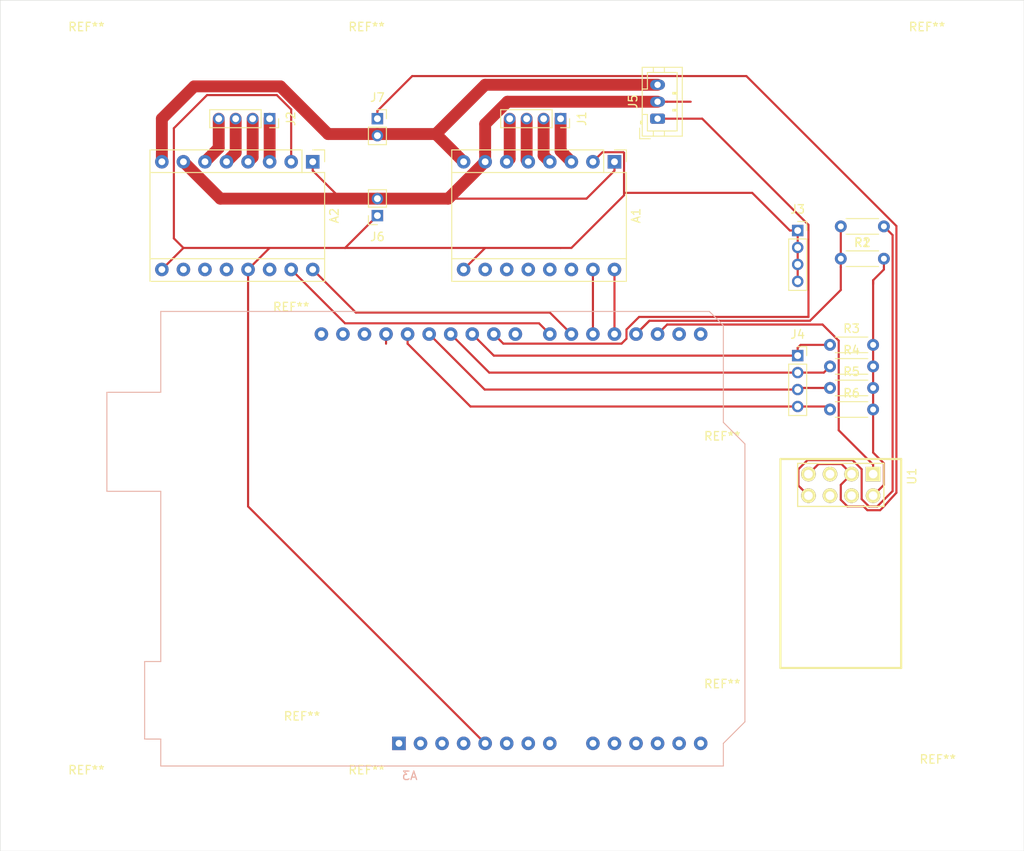
<source format=kicad_pcb>
(kicad_pcb (version 20171130) (host pcbnew "(5.1.5)-3")

  (general
    (thickness 1.6)
    (drawings 4)
    (tracks 158)
    (zones 0)
    (modules 27)
    (nets 55)
  )

  (page A4)
  (layers
    (0 F.Cu signal)
    (31 B.Cu signal)
    (32 B.Adhes user)
    (33 F.Adhes user)
    (34 B.Paste user)
    (35 F.Paste user)
    (36 B.SilkS user)
    (37 F.SilkS user)
    (38 B.Mask user)
    (39 F.Mask user)
    (40 Dwgs.User user)
    (41 Cmts.User user)
    (42 Eco1.User user)
    (43 Eco2.User user)
    (44 Edge.Cuts user)
    (45 Margin user)
    (46 B.CrtYd user)
    (47 F.CrtYd user)
    (48 B.Fab user)
    (49 F.Fab user)
  )

  (setup
    (last_trace_width 0.25)
    (user_trace_width 1.4)
    (user_trace_width 3)
    (trace_clearance 0.2)
    (zone_clearance 0.508)
    (zone_45_only no)
    (trace_min 0.2)
    (via_size 0.8)
    (via_drill 0.4)
    (via_min_size 0.4)
    (via_min_drill 0.3)
    (uvia_size 0.3)
    (uvia_drill 0.1)
    (uvias_allowed no)
    (uvia_min_size 0.2)
    (uvia_min_drill 0.1)
    (edge_width 0.05)
    (segment_width 0.2)
    (pcb_text_width 0.3)
    (pcb_text_size 1.5 1.5)
    (mod_edge_width 0.12)
    (mod_text_size 1 1)
    (mod_text_width 0.15)
    (pad_size 1.524 1.524)
    (pad_drill 0.762)
    (pad_to_mask_clearance 0.051)
    (solder_mask_min_width 0.25)
    (aux_axis_origin 0 0)
    (visible_elements FFFFFF7F)
    (pcbplotparams
      (layerselection 0x010fc_ffffffff)
      (usegerberextensions false)
      (usegerberattributes false)
      (usegerberadvancedattributes false)
      (creategerberjobfile false)
      (excludeedgelayer true)
      (linewidth 0.100000)
      (plotframeref false)
      (viasonmask false)
      (mode 1)
      (useauxorigin false)
      (hpglpennumber 1)
      (hpglpenspeed 20)
      (hpglpendiameter 15.000000)
      (psnegative false)
      (psa4output false)
      (plotreference true)
      (plotvalue true)
      (plotinvisibletext false)
      (padsonsilk false)
      (subtractmaskfromsilk false)
      (outputformat 1)
      (mirror false)
      (drillshape 1)
      (scaleselection 1)
      (outputdirectory ""))
  )

  (net 0 "")
  (net 1 "Net-(A1-Pad16)")
  (net 2 +12V)
  (net 3 "Net-(A1-Pad15)")
  (net 4 GND)
  (net 5 "Net-(A1-Pad14)")
  (net 6 "Net-(A1-Pad6)")
  (net 7 VCC)
  (net 8 "Net-(A1-Pad5)")
  (net 9 "Net-(A1-Pad12)")
  (net 10 "Net-(A1-Pad4)")
  (net 11 "Net-(A1-Pad11)")
  (net 12 "Net-(A1-Pad3)")
  (net 13 "Net-(A1-Pad10)")
  (net 14 "Net-(A2-Pad10)")
  (net 15 "Net-(A2-Pad3)")
  (net 16 "Net-(A2-Pad11)")
  (net 17 "Net-(A2-Pad4)")
  (net 18 "Net-(A2-Pad12)")
  (net 19 "Net-(A2-Pad5)")
  (net 20 "Net-(A2-Pad6)")
  (net 21 "Net-(A2-Pad14)")
  (net 22 "Net-(A2-Pad15)")
  (net 23 "Net-(A2-Pad16)")
  (net 24 "Net-(A3-Pad32)")
  (net 25 "Net-(A3-Pad31)")
  (net 26 "Net-(A3-Pad1)")
  (net 27 "Net-(A3-Pad17)")
  (net 28 "Net-(A3-Pad2)")
  (net 29 "Net-(A3-Pad18)")
  (net 30 "Net-(A3-Pad3)")
  (net 31 "Net-(A3-Pad4)")
  (net 32 "Net-(A3-Pad7)")
  (net 33 "Net-(A3-Pad23)")
  (net 34 "Net-(A3-Pad8)")
  (net 35 "Net-(A3-Pad24)")
  (net 36 "Net-(A3-Pad9)")
  (net 37 "Net-(A3-Pad25)")
  (net 38 "Net-(A3-Pad10)")
  (net 39 "Net-(A3-Pad26)")
  (net 40 "Net-(A3-Pad11)")
  (net 41 "Net-(A3-Pad27)")
  (net 42 "Net-(A3-Pad12)")
  (net 43 "Net-(A3-Pad28)")
  (net 44 "Net-(A3-Pad13)")
  (net 45 "Net-(A3-Pad14)")
  (net 46 "Net-(A3-Pad30)")
  (net 47 "Net-(A3-Pad15)")
  (net 48 "Net-(A3-Pad16)")
  (net 49 +3V3)
  (net 50 "Net-(R1-Pad1)")
  (net 51 "Net-(U1-Pad5)")
  (net 52 "Net-(U1-Pad6)")
  (net 53 "Net-(U1-Pad4)")
  (net 54 "Net-(A3-Pad6)")

  (net_class Default "This is the default net class."
    (clearance 0.2)
    (trace_width 0.25)
    (via_dia 0.8)
    (via_drill 0.4)
    (uvia_dia 0.3)
    (uvia_drill 0.1)
    (add_net +12V)
    (add_net +3V3)
    (add_net GND)
    (add_net "Net-(A1-Pad10)")
    (add_net "Net-(A1-Pad11)")
    (add_net "Net-(A1-Pad12)")
    (add_net "Net-(A1-Pad14)")
    (add_net "Net-(A1-Pad15)")
    (add_net "Net-(A1-Pad16)")
    (add_net "Net-(A1-Pad3)")
    (add_net "Net-(A1-Pad4)")
    (add_net "Net-(A1-Pad5)")
    (add_net "Net-(A1-Pad6)")
    (add_net "Net-(A2-Pad10)")
    (add_net "Net-(A2-Pad11)")
    (add_net "Net-(A2-Pad12)")
    (add_net "Net-(A2-Pad14)")
    (add_net "Net-(A2-Pad15)")
    (add_net "Net-(A2-Pad16)")
    (add_net "Net-(A2-Pad3)")
    (add_net "Net-(A2-Pad4)")
    (add_net "Net-(A2-Pad5)")
    (add_net "Net-(A2-Pad6)")
    (add_net "Net-(A3-Pad1)")
    (add_net "Net-(A3-Pad10)")
    (add_net "Net-(A3-Pad11)")
    (add_net "Net-(A3-Pad12)")
    (add_net "Net-(A3-Pad13)")
    (add_net "Net-(A3-Pad14)")
    (add_net "Net-(A3-Pad15)")
    (add_net "Net-(A3-Pad16)")
    (add_net "Net-(A3-Pad17)")
    (add_net "Net-(A3-Pad18)")
    (add_net "Net-(A3-Pad2)")
    (add_net "Net-(A3-Pad23)")
    (add_net "Net-(A3-Pad24)")
    (add_net "Net-(A3-Pad25)")
    (add_net "Net-(A3-Pad26)")
    (add_net "Net-(A3-Pad27)")
    (add_net "Net-(A3-Pad28)")
    (add_net "Net-(A3-Pad3)")
    (add_net "Net-(A3-Pad30)")
    (add_net "Net-(A3-Pad31)")
    (add_net "Net-(A3-Pad32)")
    (add_net "Net-(A3-Pad4)")
    (add_net "Net-(A3-Pad6)")
    (add_net "Net-(A3-Pad7)")
    (add_net "Net-(A3-Pad8)")
    (add_net "Net-(A3-Pad9)")
    (add_net "Net-(R1-Pad1)")
    (add_net "Net-(U1-Pad4)")
    (add_net "Net-(U1-Pad5)")
    (add_net "Net-(U1-Pad6)")
    (add_net VCC)
  )

  (module MountingHole:MountingHole_2.1mm (layer F.Cu) (tedit 5B924765) (tstamp 5E2FC53B)
    (at 218.44 105.41)
    (descr "Mounting Hole 2.1mm, no annular")
    (tags "mounting hole 2.1mm no annular")
    (attr virtual)
    (fp_text reference REF** (at 0 -3.2) (layer F.SilkS)
      (effects (font (size 1 1) (thickness 0.15)))
    )
    (fp_text value MountingHole_2.1mm (at 0 3.2) (layer F.Fab)
      (effects (font (size 1 1) (thickness 0.15)))
    )
    (fp_circle (center 0 0) (end 2.35 0) (layer F.CrtYd) (width 0.05))
    (fp_circle (center 0 0) (end 2.1 0) (layer Cmts.User) (width 0.15))
    (fp_text user %R (at 0.3 0) (layer F.Fab)
      (effects (font (size 1 1) (thickness 0.15)))
    )
    (pad "" np_thru_hole circle (at 0 0) (size 2.1 2.1) (drill 2.1) (layers *.Cu *.Mask))
  )

  (module MountingHole:MountingHole_2.1mm (layer F.Cu) (tedit 5B924765) (tstamp 5E2FC51E)
    (at 151.13 106.68)
    (descr "Mounting Hole 2.1mm, no annular")
    (tags "mounting hole 2.1mm no annular")
    (attr virtual)
    (fp_text reference REF** (at 0 -3.2) (layer F.SilkS)
      (effects (font (size 1 1) (thickness 0.15)))
    )
    (fp_text value MountingHole_2.1mm (at 0 3.2) (layer F.Fab)
      (effects (font (size 1 1) (thickness 0.15)))
    )
    (fp_circle (center 0 0) (end 2.35 0) (layer F.CrtYd) (width 0.05))
    (fp_circle (center 0 0) (end 2.1 0) (layer Cmts.User) (width 0.15))
    (fp_text user %R (at 0.3 0) (layer F.Fab)
      (effects (font (size 1 1) (thickness 0.15)))
    )
    (pad "" np_thru_hole circle (at 0 0) (size 2.1 2.1) (drill 2.1) (layers *.Cu *.Mask))
  )

  (module MountingHole:MountingHole_2.1mm (layer F.Cu) (tedit 5B924765) (tstamp 5E2FC501)
    (at 118.11 106.68)
    (descr "Mounting Hole 2.1mm, no annular")
    (tags "mounting hole 2.1mm no annular")
    (attr virtual)
    (fp_text reference REF** (at 0 -3.2) (layer F.SilkS)
      (effects (font (size 1 1) (thickness 0.15)))
    )
    (fp_text value MountingHole_2.1mm (at 0 3.2) (layer F.Fab)
      (effects (font (size 1 1) (thickness 0.15)))
    )
    (fp_circle (center 0 0) (end 2.35 0) (layer F.CrtYd) (width 0.05))
    (fp_circle (center 0 0) (end 2.1 0) (layer Cmts.User) (width 0.15))
    (fp_text user %R (at 0.3 0) (layer F.Fab)
      (effects (font (size 1 1) (thickness 0.15)))
    )
    (pad "" np_thru_hole circle (at 0 0) (size 2.1 2.1) (drill 2.1) (layers *.Cu *.Mask))
  )

  (module MountingHole:MountingHole_2.1mm (layer F.Cu) (tedit 5B924765) (tstamp 5E2FC4E4)
    (at 151.13 19.05)
    (descr "Mounting Hole 2.1mm, no annular")
    (tags "mounting hole 2.1mm no annular")
    (attr virtual)
    (fp_text reference REF** (at 0 -3.2) (layer F.SilkS)
      (effects (font (size 1 1) (thickness 0.15)))
    )
    (fp_text value MountingHole_2.1mm (at 0 3.2) (layer F.Fab)
      (effects (font (size 1 1) (thickness 0.15)))
    )
    (fp_circle (center 0 0) (end 2.35 0) (layer F.CrtYd) (width 0.05))
    (fp_circle (center 0 0) (end 2.1 0) (layer Cmts.User) (width 0.15))
    (fp_text user %R (at 0.3 0) (layer F.Fab)
      (effects (font (size 1 1) (thickness 0.15)))
    )
    (pad "" np_thru_hole circle (at 0 0) (size 2.1 2.1) (drill 2.1) (layers *.Cu *.Mask))
  )

  (module MountingHole:MountingHole_2.1mm (layer F.Cu) (tedit 5B924765) (tstamp 5E2FC4C7)
    (at 217.17 19.05)
    (descr "Mounting Hole 2.1mm, no annular")
    (tags "mounting hole 2.1mm no annular")
    (attr virtual)
    (fp_text reference REF** (at 0 -3.2) (layer F.SilkS)
      (effects (font (size 1 1) (thickness 0.15)))
    )
    (fp_text value MountingHole_2.1mm (at 0 3.2) (layer F.Fab)
      (effects (font (size 1 1) (thickness 0.15)))
    )
    (fp_circle (center 0 0) (end 2.35 0) (layer F.CrtYd) (width 0.05))
    (fp_circle (center 0 0) (end 2.1 0) (layer Cmts.User) (width 0.15))
    (fp_text user %R (at 0.3 0) (layer F.Fab)
      (effects (font (size 1 1) (thickness 0.15)))
    )
    (pad "" np_thru_hole circle (at 0 0) (size 2.1 2.1) (drill 2.1) (layers *.Cu *.Mask))
  )

  (module MountingHole:MountingHole_2.1mm (layer F.Cu) (tedit 5B924765) (tstamp 5E2FC4AA)
    (at 118.11 19.05)
    (descr "Mounting Hole 2.1mm, no annular")
    (tags "mounting hole 2.1mm no annular")
    (attr virtual)
    (fp_text reference REF** (at 0 -3.2) (layer F.SilkS)
      (effects (font (size 1 1) (thickness 0.15)))
    )
    (fp_text value MountingHole_2.1mm (at 0 3.2) (layer F.Fab)
      (effects (font (size 1 1) (thickness 0.15)))
    )
    (fp_circle (center 0 0) (end 2.35 0) (layer F.CrtYd) (width 0.05))
    (fp_circle (center 0 0) (end 2.1 0) (layer Cmts.User) (width 0.15))
    (fp_text user %R (at 0.3 0) (layer F.Fab)
      (effects (font (size 1 1) (thickness 0.15)))
    )
    (pad "" np_thru_hole circle (at 0 0) (size 2.1 2.1) (drill 2.1) (layers *.Cu *.Mask))
  )

  (module MountingHole:MountingHole_2.1mm (layer F.Cu) (tedit 5B924765) (tstamp 5E2FC48D)
    (at 143.51 100.33)
    (descr "Mounting Hole 2.1mm, no annular")
    (tags "mounting hole 2.1mm no annular")
    (attr virtual)
    (fp_text reference REF** (at 0 -3.2) (layer F.SilkS)
      (effects (font (size 1 1) (thickness 0.15)))
    )
    (fp_text value MountingHole_2.1mm (at 0 3.2) (layer F.Fab)
      (effects (font (size 1 1) (thickness 0.15)))
    )
    (fp_circle (center 0 0) (end 2.35 0) (layer F.CrtYd) (width 0.05))
    (fp_circle (center 0 0) (end 2.1 0) (layer Cmts.User) (width 0.15))
    (fp_text user %R (at 0.3 0) (layer F.Fab)
      (effects (font (size 1 1) (thickness 0.15)))
    )
    (pad "" np_thru_hole circle (at 0 0) (size 2.1 2.1) (drill 2.1) (layers *.Cu *.Mask))
  )

  (module MountingHole:MountingHole_2.1mm (layer F.Cu) (tedit 5B924765) (tstamp 5E2FC470)
    (at 193.04 96.52)
    (descr "Mounting Hole 2.1mm, no annular")
    (tags "mounting hole 2.1mm no annular")
    (attr virtual)
    (fp_text reference REF** (at 0 -3.2) (layer F.SilkS)
      (effects (font (size 1 1) (thickness 0.15)))
    )
    (fp_text value MountingHole_2.1mm (at 0 3.2) (layer F.Fab)
      (effects (font (size 1 1) (thickness 0.15)))
    )
    (fp_circle (center 0 0) (end 2.35 0) (layer F.CrtYd) (width 0.05))
    (fp_circle (center 0 0) (end 2.1 0) (layer Cmts.User) (width 0.15))
    (fp_text user %R (at 0.3 0) (layer F.Fab)
      (effects (font (size 1 1) (thickness 0.15)))
    )
    (pad "" np_thru_hole circle (at 0 0) (size 2.1 2.1) (drill 2.1) (layers *.Cu *.Mask))
  )

  (module MountingHole:MountingHole_2.1mm (layer F.Cu) (tedit 5B924765) (tstamp 5E2FC453)
    (at 193.04 67.31)
    (descr "Mounting Hole 2.1mm, no annular")
    (tags "mounting hole 2.1mm no annular")
    (attr virtual)
    (fp_text reference REF** (at 0 -3.2) (layer F.SilkS)
      (effects (font (size 1 1) (thickness 0.15)))
    )
    (fp_text value MountingHole_2.1mm (at 0 3.2) (layer F.Fab)
      (effects (font (size 1 1) (thickness 0.15)))
    )
    (fp_circle (center 0 0) (end 2.35 0) (layer F.CrtYd) (width 0.05))
    (fp_circle (center 0 0) (end 2.1 0) (layer Cmts.User) (width 0.15))
    (fp_text user %R (at 0.3 0) (layer F.Fab)
      (effects (font (size 1 1) (thickness 0.15)))
    )
    (pad "" np_thru_hole circle (at 0 0) (size 2.1 2.1) (drill 2.1) (layers *.Cu *.Mask))
  )

  (module MountingHole:MountingHole_2.1mm (layer F.Cu) (tedit 5B924765) (tstamp 5E2FC3D8)
    (at 142.24 52.07)
    (descr "Mounting Hole 2.1mm, no annular")
    (tags "mounting hole 2.1mm no annular")
    (attr virtual)
    (fp_text reference REF** (at 0 -3.2) (layer F.SilkS)
      (effects (font (size 1 1) (thickness 0.15)))
    )
    (fp_text value MountingHole_2.1mm (at 0 3.2) (layer F.Fab)
      (effects (font (size 1 1) (thickness 0.15)))
    )
    (fp_circle (center 0 0) (end 2.35 0) (layer F.CrtYd) (width 0.05))
    (fp_circle (center 0 0) (end 2.1 0) (layer Cmts.User) (width 0.15))
    (fp_text user %R (at 0.3 0) (layer F.Fab)
      (effects (font (size 1 1) (thickness 0.15)))
    )
    (pad "" np_thru_hole circle (at 0 0) (size 2.1 2.1) (drill 2.1) (layers *.Cu *.Mask))
  )

  (module Resistor_THT:R_Axial_DIN0204_L3.6mm_D1.6mm_P5.08mm_Horizontal (layer F.Cu) (tedit 5AE5139B) (tstamp 5E2F4255)
    (at 212.09 39.37 180)
    (descr "Resistor, Axial_DIN0204 series, Axial, Horizontal, pin pitch=5.08mm, 0.167W, length*diameter=3.6*1.6mm^2, http://cdn-reichelt.de/documents/datenblatt/B400/1_4W%23YAG.pdf")
    (tags "Resistor Axial_DIN0204 series Axial Horizontal pin pitch 5.08mm 0.167W length 3.6mm diameter 1.6mm")
    (path /5E2F5D51)
    (fp_text reference R1 (at 2.54 -1.92) (layer F.SilkS)
      (effects (font (size 1 1) (thickness 0.15)))
    )
    (fp_text value 1k (at 2.54 1.92) (layer F.Fab)
      (effects (font (size 1 1) (thickness 0.15)))
    )
    (fp_line (start 0.74 -0.8) (end 0.74 0.8) (layer F.Fab) (width 0.1))
    (fp_line (start 0.74 0.8) (end 4.34 0.8) (layer F.Fab) (width 0.1))
    (fp_line (start 4.34 0.8) (end 4.34 -0.8) (layer F.Fab) (width 0.1))
    (fp_line (start 4.34 -0.8) (end 0.74 -0.8) (layer F.Fab) (width 0.1))
    (fp_line (start 0 0) (end 0.74 0) (layer F.Fab) (width 0.1))
    (fp_line (start 5.08 0) (end 4.34 0) (layer F.Fab) (width 0.1))
    (fp_line (start 0.62 -0.92) (end 4.46 -0.92) (layer F.SilkS) (width 0.12))
    (fp_line (start 0.62 0.92) (end 4.46 0.92) (layer F.SilkS) (width 0.12))
    (fp_line (start -0.95 -1.05) (end -0.95 1.05) (layer F.CrtYd) (width 0.05))
    (fp_line (start -0.95 1.05) (end 6.03 1.05) (layer F.CrtYd) (width 0.05))
    (fp_line (start 6.03 1.05) (end 6.03 -1.05) (layer F.CrtYd) (width 0.05))
    (fp_line (start 6.03 -1.05) (end -0.95 -1.05) (layer F.CrtYd) (width 0.05))
    (fp_text user %R (at 2.54 0) (layer F.Fab)
      (effects (font (size 0.72 0.72) (thickness 0.108)))
    )
    (pad 1 thru_hole circle (at 0 0 180) (size 1.4 1.4) (drill 0.7) (layers *.Cu *.Mask)
      (net 50 "Net-(R1-Pad1)"))
    (pad 2 thru_hole oval (at 5.08 0 180) (size 1.4 1.4) (drill 0.7) (layers *.Cu *.Mask)
      (net 29 "Net-(A3-Pad18)"))
    (model ${KISYS3DMOD}/Resistor_THT.3dshapes/R_Axial_DIN0204_L3.6mm_D1.6mm_P5.08mm_Horizontal.wrl
      (at (xyz 0 0 0))
      (scale (xyz 1 1 1))
      (rotate (xyz 0 0 0))
    )
  )

  (module Module:Pololu_Breakout-16_15.2x20.3mm (layer F.Cu) (tedit 58AB602C) (tstamp 5E2F412F)
    (at 144.78 31.75 270)
    (descr "Pololu Breakout 16-pin 15.2x20.3mm 0.6x0.8\\")
    (tags "Pololu Breakout")
    (path /5E2E72CA)
    (fp_text reference A2 (at 6.35 -2.54 90) (layer F.SilkS)
      (effects (font (size 1 1) (thickness 0.15)))
    )
    (fp_text value Pololu_Breakout_A4988 (at 6.35 20.17 90) (layer F.Fab)
      (effects (font (size 1 1) (thickness 0.15)))
    )
    (fp_text user %R (at 6.35 0 90) (layer F.Fab)
      (effects (font (size 1 1) (thickness 0.15)))
    )
    (fp_line (start 11.43 -1.4) (end 11.43 19.18) (layer F.SilkS) (width 0.12))
    (fp_line (start 1.27 1.27) (end 1.27 19.18) (layer F.SilkS) (width 0.12))
    (fp_line (start 0 -1.4) (end -1.4 -1.4) (layer F.SilkS) (width 0.12))
    (fp_line (start -1.4 -1.4) (end -1.4 0) (layer F.SilkS) (width 0.12))
    (fp_line (start 1.27 -1.4) (end 1.27 1.27) (layer F.SilkS) (width 0.12))
    (fp_line (start 1.27 1.27) (end -1.4 1.27) (layer F.SilkS) (width 0.12))
    (fp_line (start -1.4 1.27) (end -1.4 19.18) (layer F.SilkS) (width 0.12))
    (fp_line (start -1.4 19.18) (end 14.1 19.18) (layer F.SilkS) (width 0.12))
    (fp_line (start 14.1 19.18) (end 14.1 -1.4) (layer F.SilkS) (width 0.12))
    (fp_line (start 14.1 -1.4) (end 1.27 -1.4) (layer F.SilkS) (width 0.12))
    (fp_line (start -1.27 0) (end 0 -1.27) (layer F.Fab) (width 0.1))
    (fp_line (start 0 -1.27) (end 13.97 -1.27) (layer F.Fab) (width 0.1))
    (fp_line (start 13.97 -1.27) (end 13.97 19.05) (layer F.Fab) (width 0.1))
    (fp_line (start 13.97 19.05) (end -1.27 19.05) (layer F.Fab) (width 0.1))
    (fp_line (start -1.27 19.05) (end -1.27 0) (layer F.Fab) (width 0.1))
    (fp_line (start -1.53 -1.52) (end 14.21 -1.52) (layer F.CrtYd) (width 0.05))
    (fp_line (start -1.53 -1.52) (end -1.53 19.3) (layer F.CrtYd) (width 0.05))
    (fp_line (start 14.21 19.3) (end 14.21 -1.52) (layer F.CrtYd) (width 0.05))
    (fp_line (start 14.21 19.3) (end -1.53 19.3) (layer F.CrtYd) (width 0.05))
    (pad 1 thru_hole rect (at 0 0 270) (size 1.6 1.6) (drill 0.8) (layers *.Cu *.Mask)
      (net 4 GND))
    (pad 9 thru_hole oval (at 12.7 17.78 270) (size 1.6 1.6) (drill 0.8) (layers *.Cu *.Mask)
      (net 7 VCC))
    (pad 2 thru_hole oval (at 0 2.54 270) (size 1.6 1.6) (drill 0.8) (layers *.Cu *.Mask)
      (net 7 VCC))
    (pad 10 thru_hole oval (at 12.7 15.24 270) (size 1.6 1.6) (drill 0.8) (layers *.Cu *.Mask)
      (net 14 "Net-(A2-Pad10)"))
    (pad 3 thru_hole oval (at 0 5.08 270) (size 1.6 1.6) (drill 0.8) (layers *.Cu *.Mask)
      (net 15 "Net-(A2-Pad3)"))
    (pad 11 thru_hole oval (at 12.7 12.7 270) (size 1.6 1.6) (drill 0.8) (layers *.Cu *.Mask)
      (net 16 "Net-(A2-Pad11)"))
    (pad 4 thru_hole oval (at 0 7.62 270) (size 1.6 1.6) (drill 0.8) (layers *.Cu *.Mask)
      (net 17 "Net-(A2-Pad4)"))
    (pad 12 thru_hole oval (at 12.7 10.16 270) (size 1.6 1.6) (drill 0.8) (layers *.Cu *.Mask)
      (net 18 "Net-(A2-Pad12)"))
    (pad 5 thru_hole oval (at 0 10.16 270) (size 1.6 1.6) (drill 0.8) (layers *.Cu *.Mask)
      (net 19 "Net-(A2-Pad5)"))
    (pad 13 thru_hole oval (at 12.7 7.62 270) (size 1.6 1.6) (drill 0.8) (layers *.Cu *.Mask)
      (net 7 VCC))
    (pad 6 thru_hole oval (at 0 12.7 270) (size 1.6 1.6) (drill 0.8) (layers *.Cu *.Mask)
      (net 20 "Net-(A2-Pad6)"))
    (pad 14 thru_hole oval (at 12.7 5.08 270) (size 1.6 1.6) (drill 0.8) (layers *.Cu *.Mask)
      (net 21 "Net-(A2-Pad14)"))
    (pad 7 thru_hole oval (at 0 15.24 270) (size 1.6 1.6) (drill 0.8) (layers *.Cu *.Mask)
      (net 4 GND))
    (pad 15 thru_hole oval (at 12.7 2.54 270) (size 1.6 1.6) (drill 0.8) (layers *.Cu *.Mask)
      (net 22 "Net-(A2-Pad15)"))
    (pad 8 thru_hole oval (at 0 17.78 270) (size 1.6 1.6) (drill 0.8) (layers *.Cu *.Mask)
      (net 2 +12V))
    (pad 16 thru_hole oval (at 12.7 0 270) (size 1.6 1.6) (drill 0.8) (layers *.Cu *.Mask)
      (net 23 "Net-(A2-Pad16)"))
    (model ${KISYS3DMOD}/Module.3dshapes/Pololu_Breakout-16_15.2x20.3mm.wrl
      (at (xyz 0 0 0))
      (scale (xyz 1 1 1))
      (rotate (xyz 0 0 0))
    )
  )

  (module Module:Pololu_Breakout-16_15.2x20.3mm (layer F.Cu) (tedit 58AB602C) (tstamp 5E2F4107)
    (at 180.34 31.75 270)
    (descr "Pololu Breakout 16-pin 15.2x20.3mm 0.6x0.8\\")
    (tags "Pololu Breakout")
    (path /5E2DA50F)
    (fp_text reference A1 (at 6.35 -2.54 90) (layer F.SilkS)
      (effects (font (size 1 1) (thickness 0.15)))
    )
    (fp_text value Pololu_Breakout_A4988 (at 6.35 20.17 90) (layer F.Fab)
      (effects (font (size 1 1) (thickness 0.15)))
    )
    (fp_line (start 14.21 19.3) (end -1.53 19.3) (layer F.CrtYd) (width 0.05))
    (fp_line (start 14.21 19.3) (end 14.21 -1.52) (layer F.CrtYd) (width 0.05))
    (fp_line (start -1.53 -1.52) (end -1.53 19.3) (layer F.CrtYd) (width 0.05))
    (fp_line (start -1.53 -1.52) (end 14.21 -1.52) (layer F.CrtYd) (width 0.05))
    (fp_line (start -1.27 19.05) (end -1.27 0) (layer F.Fab) (width 0.1))
    (fp_line (start 13.97 19.05) (end -1.27 19.05) (layer F.Fab) (width 0.1))
    (fp_line (start 13.97 -1.27) (end 13.97 19.05) (layer F.Fab) (width 0.1))
    (fp_line (start 0 -1.27) (end 13.97 -1.27) (layer F.Fab) (width 0.1))
    (fp_line (start -1.27 0) (end 0 -1.27) (layer F.Fab) (width 0.1))
    (fp_line (start 14.1 -1.4) (end 1.27 -1.4) (layer F.SilkS) (width 0.12))
    (fp_line (start 14.1 19.18) (end 14.1 -1.4) (layer F.SilkS) (width 0.12))
    (fp_line (start -1.4 19.18) (end 14.1 19.18) (layer F.SilkS) (width 0.12))
    (fp_line (start -1.4 1.27) (end -1.4 19.18) (layer F.SilkS) (width 0.12))
    (fp_line (start 1.27 1.27) (end -1.4 1.27) (layer F.SilkS) (width 0.12))
    (fp_line (start 1.27 -1.4) (end 1.27 1.27) (layer F.SilkS) (width 0.12))
    (fp_line (start -1.4 -1.4) (end -1.4 0) (layer F.SilkS) (width 0.12))
    (fp_line (start 0 -1.4) (end -1.4 -1.4) (layer F.SilkS) (width 0.12))
    (fp_line (start 1.27 1.27) (end 1.27 19.18) (layer F.SilkS) (width 0.12))
    (fp_line (start 11.43 -1.4) (end 11.43 19.18) (layer F.SilkS) (width 0.12))
    (fp_text user %R (at 6.35 0 90) (layer F.Fab)
      (effects (font (size 1 1) (thickness 0.15)))
    )
    (pad 16 thru_hole oval (at 12.7 0 270) (size 1.6 1.6) (drill 0.8) (layers *.Cu *.Mask)
      (net 1 "Net-(A1-Pad16)"))
    (pad 8 thru_hole oval (at 0 17.78 270) (size 1.6 1.6) (drill 0.8) (layers *.Cu *.Mask)
      (net 2 +12V))
    (pad 15 thru_hole oval (at 12.7 2.54 270) (size 1.6 1.6) (drill 0.8) (layers *.Cu *.Mask)
      (net 3 "Net-(A1-Pad15)"))
    (pad 7 thru_hole oval (at 0 15.24 270) (size 1.6 1.6) (drill 0.8) (layers *.Cu *.Mask)
      (net 4 GND))
    (pad 14 thru_hole oval (at 12.7 5.08 270) (size 1.6 1.6) (drill 0.8) (layers *.Cu *.Mask)
      (net 5 "Net-(A1-Pad14)"))
    (pad 6 thru_hole oval (at 0 12.7 270) (size 1.6 1.6) (drill 0.8) (layers *.Cu *.Mask)
      (net 6 "Net-(A1-Pad6)"))
    (pad 13 thru_hole oval (at 12.7 7.62 270) (size 1.6 1.6) (drill 0.8) (layers *.Cu *.Mask)
      (net 7 VCC))
    (pad 5 thru_hole oval (at 0 10.16 270) (size 1.6 1.6) (drill 0.8) (layers *.Cu *.Mask)
      (net 8 "Net-(A1-Pad5)"))
    (pad 12 thru_hole oval (at 12.7 10.16 270) (size 1.6 1.6) (drill 0.8) (layers *.Cu *.Mask)
      (net 9 "Net-(A1-Pad12)"))
    (pad 4 thru_hole oval (at 0 7.62 270) (size 1.6 1.6) (drill 0.8) (layers *.Cu *.Mask)
      (net 10 "Net-(A1-Pad4)"))
    (pad 11 thru_hole oval (at 12.7 12.7 270) (size 1.6 1.6) (drill 0.8) (layers *.Cu *.Mask)
      (net 11 "Net-(A1-Pad11)"))
    (pad 3 thru_hole oval (at 0 5.08 270) (size 1.6 1.6) (drill 0.8) (layers *.Cu *.Mask)
      (net 12 "Net-(A1-Pad3)"))
    (pad 10 thru_hole oval (at 12.7 15.24 270) (size 1.6 1.6) (drill 0.8) (layers *.Cu *.Mask)
      (net 13 "Net-(A1-Pad10)"))
    (pad 2 thru_hole oval (at 0 2.54 270) (size 1.6 1.6) (drill 0.8) (layers *.Cu *.Mask)
      (net 7 VCC))
    (pad 9 thru_hole oval (at 12.7 17.78 270) (size 1.6 1.6) (drill 0.8) (layers *.Cu *.Mask)
      (net 7 VCC))
    (pad 1 thru_hole rect (at 0 0 270) (size 1.6 1.6) (drill 0.8) (layers *.Cu *.Mask)
      (net 4 GND))
    (model ${KISYS3DMOD}/Module.3dshapes/Pololu_Breakout-16_15.2x20.3mm.wrl
      (at (xyz 0 0 0))
      (scale (xyz 1 1 1))
      (rotate (xyz 0 0 0))
    )
  )

  (module Module:Arduino_UNO_R3 (layer B.Cu) (tedit 58AB60FC) (tstamp 5E2F4187)
    (at 154.94 100.33)
    (descr "Arduino UNO R3, http://www.mouser.com/pdfdocs/Gravitech_Arduino_Nano3_0.pdf")
    (tags "Arduino UNO R3")
    (path /5E3F068A)
    (fp_text reference A3 (at 1.27 3.81 180) (layer B.SilkS)
      (effects (font (size 1 1) (thickness 0.15)) (justify mirror))
    )
    (fp_text value Arduino_UNO_R3 (at 0 -22.86) (layer B.Fab)
      (effects (font (size 1 1) (thickness 0.15)) (justify mirror))
    )
    (fp_text user %R (at 0 -20.32 180) (layer B.Fab)
      (effects (font (size 1 1) (thickness 0.15)) (justify mirror))
    )
    (fp_line (start 38.35 2.79) (end 38.35 0) (layer B.CrtYd) (width 0.05))
    (fp_line (start 38.35 0) (end 40.89 -2.54) (layer B.CrtYd) (width 0.05))
    (fp_line (start 40.89 -2.54) (end 40.89 -35.31) (layer B.CrtYd) (width 0.05))
    (fp_line (start 40.89 -35.31) (end 38.35 -37.85) (layer B.CrtYd) (width 0.05))
    (fp_line (start 38.35 -37.85) (end 38.35 -49.28) (layer B.CrtYd) (width 0.05))
    (fp_line (start 38.35 -49.28) (end 36.58 -51.05) (layer B.CrtYd) (width 0.05))
    (fp_line (start 36.58 -51.05) (end -28.19 -51.05) (layer B.CrtYd) (width 0.05))
    (fp_line (start -28.19 -51.05) (end -28.19 -41.53) (layer B.CrtYd) (width 0.05))
    (fp_line (start -28.19 -41.53) (end -34.54 -41.53) (layer B.CrtYd) (width 0.05))
    (fp_line (start -34.54 -41.53) (end -34.54 -29.59) (layer B.CrtYd) (width 0.05))
    (fp_line (start -34.54 -29.59) (end -28.19 -29.59) (layer B.CrtYd) (width 0.05))
    (fp_line (start -28.19 -29.59) (end -28.19 -9.78) (layer B.CrtYd) (width 0.05))
    (fp_line (start -28.19 -9.78) (end -30.1 -9.78) (layer B.CrtYd) (width 0.05))
    (fp_line (start -30.1 -9.78) (end -30.1 -0.38) (layer B.CrtYd) (width 0.05))
    (fp_line (start -30.1 -0.38) (end -28.19 -0.38) (layer B.CrtYd) (width 0.05))
    (fp_line (start -28.19 -0.38) (end -28.19 2.79) (layer B.CrtYd) (width 0.05))
    (fp_line (start -28.19 2.79) (end 38.35 2.79) (layer B.CrtYd) (width 0.05))
    (fp_line (start 40.77 -35.31) (end 40.77 -2.54) (layer B.SilkS) (width 0.12))
    (fp_line (start 40.77 -2.54) (end 38.23 0) (layer B.SilkS) (width 0.12))
    (fp_line (start 38.23 0) (end 38.23 2.67) (layer B.SilkS) (width 0.12))
    (fp_line (start 38.23 2.67) (end -28.07 2.67) (layer B.SilkS) (width 0.12))
    (fp_line (start -28.07 2.67) (end -28.07 -0.51) (layer B.SilkS) (width 0.12))
    (fp_line (start -28.07 -0.51) (end -29.97 -0.51) (layer B.SilkS) (width 0.12))
    (fp_line (start -29.97 -0.51) (end -29.97 -9.65) (layer B.SilkS) (width 0.12))
    (fp_line (start -29.97 -9.65) (end -28.07 -9.65) (layer B.SilkS) (width 0.12))
    (fp_line (start -28.07 -9.65) (end -28.07 -29.72) (layer B.SilkS) (width 0.12))
    (fp_line (start -28.07 -29.72) (end -34.42 -29.72) (layer B.SilkS) (width 0.12))
    (fp_line (start -34.42 -29.72) (end -34.42 -41.4) (layer B.SilkS) (width 0.12))
    (fp_line (start -34.42 -41.4) (end -28.07 -41.4) (layer B.SilkS) (width 0.12))
    (fp_line (start -28.07 -41.4) (end -28.07 -50.93) (layer B.SilkS) (width 0.12))
    (fp_line (start -28.07 -50.93) (end 36.58 -50.93) (layer B.SilkS) (width 0.12))
    (fp_line (start 36.58 -50.93) (end 38.23 -49.28) (layer B.SilkS) (width 0.12))
    (fp_line (start 38.23 -49.28) (end 38.23 -37.85) (layer B.SilkS) (width 0.12))
    (fp_line (start 38.23 -37.85) (end 40.77 -35.31) (layer B.SilkS) (width 0.12))
    (fp_line (start -34.29 -29.84) (end -18.41 -29.84) (layer B.Fab) (width 0.1))
    (fp_line (start -18.41 -29.84) (end -18.41 -41.27) (layer B.Fab) (width 0.1))
    (fp_line (start -18.41 -41.27) (end -34.29 -41.27) (layer B.Fab) (width 0.1))
    (fp_line (start -34.29 -41.27) (end -34.29 -29.84) (layer B.Fab) (width 0.1))
    (fp_line (start -29.84 -0.64) (end -16.51 -0.64) (layer B.Fab) (width 0.1))
    (fp_line (start -16.51 -0.64) (end -16.51 -9.53) (layer B.Fab) (width 0.1))
    (fp_line (start -16.51 -9.53) (end -29.84 -9.53) (layer B.Fab) (width 0.1))
    (fp_line (start -29.84 -9.53) (end -29.84 -0.64) (layer B.Fab) (width 0.1))
    (fp_line (start 38.1 -37.85) (end 38.1 -49.28) (layer B.Fab) (width 0.1))
    (fp_line (start 40.64 -2.54) (end 40.64 -35.31) (layer B.Fab) (width 0.1))
    (fp_line (start 40.64 -35.31) (end 38.1 -37.85) (layer B.Fab) (width 0.1))
    (fp_line (start 38.1 2.54) (end 38.1 0) (layer B.Fab) (width 0.1))
    (fp_line (start 38.1 0) (end 40.64 -2.54) (layer B.Fab) (width 0.1))
    (fp_line (start 38.1 -49.28) (end 36.58 -50.8) (layer B.Fab) (width 0.1))
    (fp_line (start 36.58 -50.8) (end -27.94 -50.8) (layer B.Fab) (width 0.1))
    (fp_line (start -27.94 -50.8) (end -27.94 2.54) (layer B.Fab) (width 0.1))
    (fp_line (start -27.94 2.54) (end 38.1 2.54) (layer B.Fab) (width 0.1))
    (pad 32 thru_hole oval (at -9.14 -48.26 270) (size 1.6 1.6) (drill 0.8) (layers *.Cu *.Mask)
      (net 24 "Net-(A3-Pad32)"))
    (pad 31 thru_hole oval (at -6.6 -48.26 270) (size 1.6 1.6) (drill 0.8) (layers *.Cu *.Mask)
      (net 25 "Net-(A3-Pad31)"))
    (pad 1 thru_hole rect (at 0 0 270) (size 1.6 1.6) (drill 0.8) (layers *.Cu *.Mask)
      (net 26 "Net-(A3-Pad1)"))
    (pad 17 thru_hole oval (at 30.48 -48.26 270) (size 1.6 1.6) (drill 0.8) (layers *.Cu *.Mask)
      (net 27 "Net-(A3-Pad17)"))
    (pad 2 thru_hole oval (at 2.54 0 270) (size 1.6 1.6) (drill 0.8) (layers *.Cu *.Mask)
      (net 28 "Net-(A3-Pad2)"))
    (pad 18 thru_hole oval (at 27.94 -48.26 270) (size 1.6 1.6) (drill 0.8) (layers *.Cu *.Mask)
      (net 29 "Net-(A3-Pad18)"))
    (pad 3 thru_hole oval (at 5.08 0 270) (size 1.6 1.6) (drill 0.8) (layers *.Cu *.Mask)
      (net 30 "Net-(A3-Pad3)"))
    (pad 19 thru_hole oval (at 25.4 -48.26 270) (size 1.6 1.6) (drill 0.8) (layers *.Cu *.Mask)
      (net 1 "Net-(A1-Pad16)"))
    (pad 4 thru_hole oval (at 7.62 0 270) (size 1.6 1.6) (drill 0.8) (layers *.Cu *.Mask)
      (net 31 "Net-(A3-Pad4)"))
    (pad 20 thru_hole oval (at 22.86 -48.26 270) (size 1.6 1.6) (drill 0.8) (layers *.Cu *.Mask)
      (net 3 "Net-(A1-Pad15)"))
    (pad 5 thru_hole oval (at 10.16 0 270) (size 1.6 1.6) (drill 0.8) (layers *.Cu *.Mask)
      (net 7 VCC))
    (pad 21 thru_hole oval (at 20.32 -48.26 270) (size 1.6 1.6) (drill 0.8) (layers *.Cu *.Mask)
      (net 23 "Net-(A2-Pad16)"))
    (pad 6 thru_hole oval (at 12.7 0 270) (size 1.6 1.6) (drill 0.8) (layers *.Cu *.Mask)
      (net 54 "Net-(A3-Pad6)"))
    (pad 22 thru_hole oval (at 17.78 -48.26 270) (size 1.6 1.6) (drill 0.8) (layers *.Cu *.Mask)
      (net 22 "Net-(A2-Pad15)"))
    (pad 7 thru_hole oval (at 15.24 0 270) (size 1.6 1.6) (drill 0.8) (layers *.Cu *.Mask)
      (net 32 "Net-(A3-Pad7)"))
    (pad 23 thru_hole oval (at 13.72 -48.26 270) (size 1.6 1.6) (drill 0.8) (layers *.Cu *.Mask)
      (net 33 "Net-(A3-Pad23)"))
    (pad 8 thru_hole oval (at 17.78 0 270) (size 1.6 1.6) (drill 0.8) (layers *.Cu *.Mask)
      (net 34 "Net-(A3-Pad8)"))
    (pad 24 thru_hole oval (at 11.18 -48.26 270) (size 1.6 1.6) (drill 0.8) (layers *.Cu *.Mask)
      (net 35 "Net-(A3-Pad24)"))
    (pad 9 thru_hole oval (at 22.86 0 270) (size 1.6 1.6) (drill 0.8) (layers *.Cu *.Mask)
      (net 36 "Net-(A3-Pad9)"))
    (pad 25 thru_hole oval (at 8.64 -48.26 270) (size 1.6 1.6) (drill 0.8) (layers *.Cu *.Mask)
      (net 37 "Net-(A3-Pad25)"))
    (pad 10 thru_hole oval (at 25.4 0 270) (size 1.6 1.6) (drill 0.8) (layers *.Cu *.Mask)
      (net 38 "Net-(A3-Pad10)"))
    (pad 26 thru_hole oval (at 6.1 -48.26 270) (size 1.6 1.6) (drill 0.8) (layers *.Cu *.Mask)
      (net 39 "Net-(A3-Pad26)"))
    (pad 11 thru_hole oval (at 27.94 0 270) (size 1.6 1.6) (drill 0.8) (layers *.Cu *.Mask)
      (net 40 "Net-(A3-Pad11)"))
    (pad 27 thru_hole oval (at 3.56 -48.26 270) (size 1.6 1.6) (drill 0.8) (layers *.Cu *.Mask)
      (net 41 "Net-(A3-Pad27)"))
    (pad 12 thru_hole oval (at 30.48 0 270) (size 1.6 1.6) (drill 0.8) (layers *.Cu *.Mask)
      (net 42 "Net-(A3-Pad12)"))
    (pad 28 thru_hole oval (at 1.02 -48.26 270) (size 1.6 1.6) (drill 0.8) (layers *.Cu *.Mask)
      (net 43 "Net-(A3-Pad28)"))
    (pad 13 thru_hole oval (at 33.02 0 270) (size 1.6 1.6) (drill 0.8) (layers *.Cu *.Mask)
      (net 44 "Net-(A3-Pad13)"))
    (pad 29 thru_hole oval (at -1.52 -48.26 270) (size 1.6 1.6) (drill 0.8) (layers *.Cu *.Mask)
      (net 4 GND))
    (pad 14 thru_hole oval (at 35.56 0 270) (size 1.6 1.6) (drill 0.8) (layers *.Cu *.Mask)
      (net 45 "Net-(A3-Pad14)"))
    (pad 30 thru_hole oval (at -4.06 -48.26 270) (size 1.6 1.6) (drill 0.8) (layers *.Cu *.Mask)
      (net 46 "Net-(A3-Pad30)"))
    (pad 15 thru_hole oval (at 35.56 -48.26 270) (size 1.6 1.6) (drill 0.8) (layers *.Cu *.Mask)
      (net 47 "Net-(A3-Pad15)"))
    (pad 16 thru_hole oval (at 33.02 -48.26 270) (size 1.6 1.6) (drill 0.8) (layers *.Cu *.Mask)
      (net 48 "Net-(A3-Pad16)"))
    (model ${KISYS3DMOD}/Module.3dshapes/Arduino_UNO_R3.wrl
      (at (xyz 0 0 0))
      (scale (xyz 1 1 1))
      (rotate (xyz 0 0 0))
    )
  )

  (module Connector_PinSocket_2.00mm:PinSocket_1x04_P2.00mm_Vertical (layer F.Cu) (tedit 5A19A425) (tstamp 5E2F419F)
    (at 173.99 26.67 270)
    (descr "Through hole straight socket strip, 1x04, 2.00mm pitch, single row (from Kicad 4.0.7), script generated")
    (tags "Through hole socket strip THT 1x04 2.00mm single row")
    (path /5E2E17DE)
    (fp_text reference J1 (at 0 -2.5 90) (layer F.SilkS)
      (effects (font (size 1 1) (thickness 0.15)))
    )
    (fp_text value Conn_01x04_Female (at 0 8.5 90) (layer F.Fab)
      (effects (font (size 1 1) (thickness 0.15)))
    )
    (fp_text user %R (at 0 3) (layer F.Fab)
      (effects (font (size 1 1) (thickness 0.15)))
    )
    (fp_line (start -1.5 7.5) (end -1.5 -1.5) (layer F.CrtYd) (width 0.05))
    (fp_line (start 1.5 7.5) (end -1.5 7.5) (layer F.CrtYd) (width 0.05))
    (fp_line (start 1.5 -1.5) (end 1.5 7.5) (layer F.CrtYd) (width 0.05))
    (fp_line (start -1.5 -1.5) (end 1.5 -1.5) (layer F.CrtYd) (width 0.05))
    (fp_line (start 0 -1.06) (end 1.06 -1.06) (layer F.SilkS) (width 0.12))
    (fp_line (start 1.06 -1.06) (end 1.06 0) (layer F.SilkS) (width 0.12))
    (fp_line (start 1.06 1) (end 1.06 7.06) (layer F.SilkS) (width 0.12))
    (fp_line (start -1.06 7.06) (end 1.06 7.06) (layer F.SilkS) (width 0.12))
    (fp_line (start -1.06 1) (end -1.06 7.06) (layer F.SilkS) (width 0.12))
    (fp_line (start -1.06 1) (end 1.06 1) (layer F.SilkS) (width 0.12))
    (fp_line (start -1 7) (end -1 -1) (layer F.Fab) (width 0.1))
    (fp_line (start 1 7) (end -1 7) (layer F.Fab) (width 0.1))
    (fp_line (start 1 -0.5) (end 1 7) (layer F.Fab) (width 0.1))
    (fp_line (start 0.5 -1) (end 1 -0.5) (layer F.Fab) (width 0.1))
    (fp_line (start -1 -1) (end 0.5 -1) (layer F.Fab) (width 0.1))
    (pad 4 thru_hole oval (at 0 6 270) (size 1.35 1.35) (drill 0.8) (layers *.Cu *.Mask)
      (net 6 "Net-(A1-Pad6)"))
    (pad 3 thru_hole oval (at 0 4 270) (size 1.35 1.35) (drill 0.8) (layers *.Cu *.Mask)
      (net 8 "Net-(A1-Pad5)"))
    (pad 2 thru_hole oval (at 0 2 270) (size 1.35 1.35) (drill 0.8) (layers *.Cu *.Mask)
      (net 10 "Net-(A1-Pad4)"))
    (pad 1 thru_hole rect (at 0 0 270) (size 1.35 1.35) (drill 0.8) (layers *.Cu *.Mask)
      (net 12 "Net-(A1-Pad3)"))
    (model ${KISYS3DMOD}/Connector_PinSocket_2.00mm.3dshapes/PinSocket_1x04_P2.00mm_Vertical.wrl
      (at (xyz 0 0 0))
      (scale (xyz 1 1 1))
      (rotate (xyz 0 0 0))
    )
  )

  (module Connector_PinSocket_2.00mm:PinSocket_1x04_P2.00mm_Vertical (layer F.Cu) (tedit 5A19A425) (tstamp 5E2F41B7)
    (at 139.7 26.67 270)
    (descr "Through hole straight socket strip, 1x04, 2.00mm pitch, single row (from Kicad 4.0.7), script generated")
    (tags "Through hole socket strip THT 1x04 2.00mm single row")
    (path /5E2E72D0)
    (fp_text reference J2 (at 0 -2.5 90) (layer F.SilkS)
      (effects (font (size 1 1) (thickness 0.15)))
    )
    (fp_text value Conn_01x04_Female (at 0 8.5 90) (layer F.Fab)
      (effects (font (size 1 1) (thickness 0.15)))
    )
    (fp_line (start -1 -1) (end 0.5 -1) (layer F.Fab) (width 0.1))
    (fp_line (start 0.5 -1) (end 1 -0.5) (layer F.Fab) (width 0.1))
    (fp_line (start 1 -0.5) (end 1 7) (layer F.Fab) (width 0.1))
    (fp_line (start 1 7) (end -1 7) (layer F.Fab) (width 0.1))
    (fp_line (start -1 7) (end -1 -1) (layer F.Fab) (width 0.1))
    (fp_line (start -1.06 1) (end 1.06 1) (layer F.SilkS) (width 0.12))
    (fp_line (start -1.06 1) (end -1.06 7.06) (layer F.SilkS) (width 0.12))
    (fp_line (start -1.06 7.06) (end 1.06 7.06) (layer F.SilkS) (width 0.12))
    (fp_line (start 1.06 1) (end 1.06 7.06) (layer F.SilkS) (width 0.12))
    (fp_line (start 1.06 -1.06) (end 1.06 0) (layer F.SilkS) (width 0.12))
    (fp_line (start 0 -1.06) (end 1.06 -1.06) (layer F.SilkS) (width 0.12))
    (fp_line (start -1.5 -1.5) (end 1.5 -1.5) (layer F.CrtYd) (width 0.05))
    (fp_line (start 1.5 -1.5) (end 1.5 7.5) (layer F.CrtYd) (width 0.05))
    (fp_line (start 1.5 7.5) (end -1.5 7.5) (layer F.CrtYd) (width 0.05))
    (fp_line (start -1.5 7.5) (end -1.5 -1.5) (layer F.CrtYd) (width 0.05))
    (fp_text user %R (at 0 3) (layer F.Fab)
      (effects (font (size 1 1) (thickness 0.15)))
    )
    (pad 1 thru_hole rect (at 0 0 270) (size 1.35 1.35) (drill 0.8) (layers *.Cu *.Mask)
      (net 15 "Net-(A2-Pad3)"))
    (pad 2 thru_hole oval (at 0 2 270) (size 1.35 1.35) (drill 0.8) (layers *.Cu *.Mask)
      (net 17 "Net-(A2-Pad4)"))
    (pad 3 thru_hole oval (at 0 4 270) (size 1.35 1.35) (drill 0.8) (layers *.Cu *.Mask)
      (net 19 "Net-(A2-Pad5)"))
    (pad 4 thru_hole oval (at 0 6 270) (size 1.35 1.35) (drill 0.8) (layers *.Cu *.Mask)
      (net 20 "Net-(A2-Pad6)"))
    (model ${KISYS3DMOD}/Connector_PinSocket_2.00mm.3dshapes/PinSocket_1x04_P2.00mm_Vertical.wrl
      (at (xyz 0 0 0))
      (scale (xyz 1 1 1))
      (rotate (xyz 0 0 0))
    )
  )

  (module Connector_PinSocket_2.00mm:PinSocket_1x04_P2.00mm_Vertical (layer F.Cu) (tedit 5A19A425) (tstamp 5E2F41CF)
    (at 201.93 39.855001)
    (descr "Through hole straight socket strip, 1x04, 2.00mm pitch, single row (from Kicad 4.0.7), script generated")
    (tags "Through hole socket strip THT 1x04 2.00mm single row")
    (path /5E3BF012)
    (fp_text reference J3 (at 0 -2.5) (layer F.SilkS)
      (effects (font (size 1 1) (thickness 0.15)))
    )
    (fp_text value Conn_01x04_Female (at 0 8.5) (layer F.Fab)
      (effects (font (size 1 1) (thickness 0.15)))
    )
    (fp_text user %R (at 0 3 90) (layer F.Fab)
      (effects (font (size 1 1) (thickness 0.15)))
    )
    (fp_line (start -1.5 7.5) (end -1.5 -1.5) (layer F.CrtYd) (width 0.05))
    (fp_line (start 1.5 7.5) (end -1.5 7.5) (layer F.CrtYd) (width 0.05))
    (fp_line (start 1.5 -1.5) (end 1.5 7.5) (layer F.CrtYd) (width 0.05))
    (fp_line (start -1.5 -1.5) (end 1.5 -1.5) (layer F.CrtYd) (width 0.05))
    (fp_line (start 0 -1.06) (end 1.06 -1.06) (layer F.SilkS) (width 0.12))
    (fp_line (start 1.06 -1.06) (end 1.06 0) (layer F.SilkS) (width 0.12))
    (fp_line (start 1.06 1) (end 1.06 7.06) (layer F.SilkS) (width 0.12))
    (fp_line (start -1.06 7.06) (end 1.06 7.06) (layer F.SilkS) (width 0.12))
    (fp_line (start -1.06 1) (end -1.06 7.06) (layer F.SilkS) (width 0.12))
    (fp_line (start -1.06 1) (end 1.06 1) (layer F.SilkS) (width 0.12))
    (fp_line (start -1 7) (end -1 -1) (layer F.Fab) (width 0.1))
    (fp_line (start 1 7) (end -1 7) (layer F.Fab) (width 0.1))
    (fp_line (start 1 -0.5) (end 1 7) (layer F.Fab) (width 0.1))
    (fp_line (start 0.5 -1) (end 1 -0.5) (layer F.Fab) (width 0.1))
    (fp_line (start -1 -1) (end 0.5 -1) (layer F.Fab) (width 0.1))
    (pad 4 thru_hole oval (at 0 6) (size 1.35 1.35) (drill 0.8) (layers *.Cu *.Mask)
      (net 7 VCC))
    (pad 3 thru_hole oval (at 0 4) (size 1.35 1.35) (drill 0.8) (layers *.Cu *.Mask)
      (net 7 VCC))
    (pad 2 thru_hole oval (at 0 2) (size 1.35 1.35) (drill 0.8) (layers *.Cu *.Mask)
      (net 7 VCC))
    (pad 1 thru_hole rect (at 0 0) (size 1.35 1.35) (drill 0.8) (layers *.Cu *.Mask)
      (net 7 VCC))
    (model ${KISYS3DMOD}/Connector_PinSocket_2.00mm.3dshapes/PinSocket_1x04_P2.00mm_Vertical.wrl
      (at (xyz 0 0 0))
      (scale (xyz 1 1 1))
      (rotate (xyz 0 0 0))
    )
  )

  (module Connector_PinSocket_2.00mm:PinSocket_1x04_P2.00mm_Vertical (layer F.Cu) (tedit 5A19A425) (tstamp 5E2F41E7)
    (at 201.93 54.61)
    (descr "Through hole straight socket strip, 1x04, 2.00mm pitch, single row (from Kicad 4.0.7), script generated")
    (tags "Through hole socket strip THT 1x04 2.00mm single row")
    (path /5E394455)
    (fp_text reference J4 (at 0 -2.5) (layer F.SilkS)
      (effects (font (size 1 1) (thickness 0.15)))
    )
    (fp_text value Conn_01x04_Female (at 0 8.5) (layer F.Fab)
      (effects (font (size 1 1) (thickness 0.15)))
    )
    (fp_line (start -1 -1) (end 0.5 -1) (layer F.Fab) (width 0.1))
    (fp_line (start 0.5 -1) (end 1 -0.5) (layer F.Fab) (width 0.1))
    (fp_line (start 1 -0.5) (end 1 7) (layer F.Fab) (width 0.1))
    (fp_line (start 1 7) (end -1 7) (layer F.Fab) (width 0.1))
    (fp_line (start -1 7) (end -1 -1) (layer F.Fab) (width 0.1))
    (fp_line (start -1.06 1) (end 1.06 1) (layer F.SilkS) (width 0.12))
    (fp_line (start -1.06 1) (end -1.06 7.06) (layer F.SilkS) (width 0.12))
    (fp_line (start -1.06 7.06) (end 1.06 7.06) (layer F.SilkS) (width 0.12))
    (fp_line (start 1.06 1) (end 1.06 7.06) (layer F.SilkS) (width 0.12))
    (fp_line (start 1.06 -1.06) (end 1.06 0) (layer F.SilkS) (width 0.12))
    (fp_line (start 0 -1.06) (end 1.06 -1.06) (layer F.SilkS) (width 0.12))
    (fp_line (start -1.5 -1.5) (end 1.5 -1.5) (layer F.CrtYd) (width 0.05))
    (fp_line (start 1.5 -1.5) (end 1.5 7.5) (layer F.CrtYd) (width 0.05))
    (fp_line (start 1.5 7.5) (end -1.5 7.5) (layer F.CrtYd) (width 0.05))
    (fp_line (start -1.5 7.5) (end -1.5 -1.5) (layer F.CrtYd) (width 0.05))
    (fp_text user %R (at 0 3 90) (layer F.Fab)
      (effects (font (size 1 1) (thickness 0.15)))
    )
    (pad 1 thru_hole rect (at 0 0) (size 1.35 1.35) (drill 0.8) (layers *.Cu *.Mask)
      (net 37 "Net-(A3-Pad25)"))
    (pad 2 thru_hole oval (at 0 2) (size 1.35 1.35) (drill 0.8) (layers *.Cu *.Mask)
      (net 39 "Net-(A3-Pad26)"))
    (pad 3 thru_hole oval (at 0 4) (size 1.35 1.35) (drill 0.8) (layers *.Cu *.Mask)
      (net 41 "Net-(A3-Pad27)"))
    (pad 4 thru_hole oval (at 0 6) (size 1.35 1.35) (drill 0.8) (layers *.Cu *.Mask)
      (net 43 "Net-(A3-Pad28)"))
    (model ${KISYS3DMOD}/Connector_PinSocket_2.00mm.3dshapes/PinSocket_1x04_P2.00mm_Vertical.wrl
      (at (xyz 0 0 0))
      (scale (xyz 1 1 1))
      (rotate (xyz 0 0 0))
    )
  )

  (module Connector_JST:JST_PH_B3B-PH-K_1x03_P2.00mm_Vertical (layer F.Cu) (tedit 5B7745C2) (tstamp 5E2F47C1)
    (at 185.42 26.67 90)
    (descr "JST PH series connector, B3B-PH-K (http://www.jst-mfg.com/product/pdf/eng/ePH.pdf), generated with kicad-footprint-generator")
    (tags "connector JST PH side entry")
    (path /5E3182CC)
    (fp_text reference J5 (at 2 -2.9 90) (layer F.SilkS)
      (effects (font (size 1 1) (thickness 0.15)))
    )
    (fp_text value MiniMicroJst2.0Ph3Pin (at 2 4 90) (layer F.Fab)
      (effects (font (size 1 1) (thickness 0.15)))
    )
    (fp_line (start -2.06 -1.81) (end -2.06 2.91) (layer F.SilkS) (width 0.12))
    (fp_line (start -2.06 2.91) (end 6.06 2.91) (layer F.SilkS) (width 0.12))
    (fp_line (start 6.06 2.91) (end 6.06 -1.81) (layer F.SilkS) (width 0.12))
    (fp_line (start 6.06 -1.81) (end -2.06 -1.81) (layer F.SilkS) (width 0.12))
    (fp_line (start -0.3 -1.81) (end -0.3 -2.01) (layer F.SilkS) (width 0.12))
    (fp_line (start -0.3 -2.01) (end -0.6 -2.01) (layer F.SilkS) (width 0.12))
    (fp_line (start -0.6 -2.01) (end -0.6 -1.81) (layer F.SilkS) (width 0.12))
    (fp_line (start -0.3 -1.91) (end -0.6 -1.91) (layer F.SilkS) (width 0.12))
    (fp_line (start 0.5 -1.81) (end 0.5 -1.2) (layer F.SilkS) (width 0.12))
    (fp_line (start 0.5 -1.2) (end -1.45 -1.2) (layer F.SilkS) (width 0.12))
    (fp_line (start -1.45 -1.2) (end -1.45 2.3) (layer F.SilkS) (width 0.12))
    (fp_line (start -1.45 2.3) (end 5.45 2.3) (layer F.SilkS) (width 0.12))
    (fp_line (start 5.45 2.3) (end 5.45 -1.2) (layer F.SilkS) (width 0.12))
    (fp_line (start 5.45 -1.2) (end 3.5 -1.2) (layer F.SilkS) (width 0.12))
    (fp_line (start 3.5 -1.2) (end 3.5 -1.81) (layer F.SilkS) (width 0.12))
    (fp_line (start -2.06 -0.5) (end -1.45 -0.5) (layer F.SilkS) (width 0.12))
    (fp_line (start -2.06 0.8) (end -1.45 0.8) (layer F.SilkS) (width 0.12))
    (fp_line (start 6.06 -0.5) (end 5.45 -0.5) (layer F.SilkS) (width 0.12))
    (fp_line (start 6.06 0.8) (end 5.45 0.8) (layer F.SilkS) (width 0.12))
    (fp_line (start 0.9 2.3) (end 0.9 1.8) (layer F.SilkS) (width 0.12))
    (fp_line (start 0.9 1.8) (end 1.1 1.8) (layer F.SilkS) (width 0.12))
    (fp_line (start 1.1 1.8) (end 1.1 2.3) (layer F.SilkS) (width 0.12))
    (fp_line (start 1 2.3) (end 1 1.8) (layer F.SilkS) (width 0.12))
    (fp_line (start 2.9 2.3) (end 2.9 1.8) (layer F.SilkS) (width 0.12))
    (fp_line (start 2.9 1.8) (end 3.1 1.8) (layer F.SilkS) (width 0.12))
    (fp_line (start 3.1 1.8) (end 3.1 2.3) (layer F.SilkS) (width 0.12))
    (fp_line (start 3 2.3) (end 3 1.8) (layer F.SilkS) (width 0.12))
    (fp_line (start -1.11 -2.11) (end -2.36 -2.11) (layer F.SilkS) (width 0.12))
    (fp_line (start -2.36 -2.11) (end -2.36 -0.86) (layer F.SilkS) (width 0.12))
    (fp_line (start -1.11 -2.11) (end -2.36 -2.11) (layer F.Fab) (width 0.1))
    (fp_line (start -2.36 -2.11) (end -2.36 -0.86) (layer F.Fab) (width 0.1))
    (fp_line (start -1.95 -1.7) (end -1.95 2.8) (layer F.Fab) (width 0.1))
    (fp_line (start -1.95 2.8) (end 5.95 2.8) (layer F.Fab) (width 0.1))
    (fp_line (start 5.95 2.8) (end 5.95 -1.7) (layer F.Fab) (width 0.1))
    (fp_line (start 5.95 -1.7) (end -1.95 -1.7) (layer F.Fab) (width 0.1))
    (fp_line (start -2.45 -2.2) (end -2.45 3.3) (layer F.CrtYd) (width 0.05))
    (fp_line (start -2.45 3.3) (end 6.45 3.3) (layer F.CrtYd) (width 0.05))
    (fp_line (start 6.45 3.3) (end 6.45 -2.2) (layer F.CrtYd) (width 0.05))
    (fp_line (start 6.45 -2.2) (end -2.45 -2.2) (layer F.CrtYd) (width 0.05))
    (fp_text user %R (at 2 1.5 90) (layer F.Fab)
      (effects (font (size 1 1) (thickness 0.15)))
    )
    (pad 1 thru_hole roundrect (at 0 0 90) (size 1.2 1.75) (drill 0.75) (layers *.Cu *.Mask) (roundrect_rratio 0.208333)
      (net 35 "Net-(A3-Pad24)"))
    (pad 2 thru_hole oval (at 2 0 90) (size 1.2 1.75) (drill 0.75) (layers *.Cu *.Mask)
      (net 4 GND))
    (pad 3 thru_hole oval (at 4 0 90) (size 1.2 1.75) (drill 0.75) (layers *.Cu *.Mask)
      (net 2 +12V))
    (model ${KISYS3DMOD}/Connector_JST.3dshapes/JST_PH_B3B-PH-K_1x03_P2.00mm_Vertical.wrl
      (at (xyz 0 0 0))
      (scale (xyz 1 1 1))
      (rotate (xyz 0 0 0))
    )
  )

  (module Connector_PinSocket_2.00mm:PinSocket_1x02_P2.00mm_Vertical (layer F.Cu) (tedit 5A19A42F) (tstamp 5E2F422C)
    (at 152.4 38.1 180)
    (descr "Through hole straight socket strip, 1x02, 2.00mm pitch, single row (from Kicad 4.0.7), script generated")
    (tags "Through hole socket strip THT 1x02 2.00mm single row")
    (path /5E304B8F)
    (fp_text reference J6 (at 0 -2.5) (layer F.SilkS)
      (effects (font (size 1 1) (thickness 0.15)))
    )
    (fp_text value Conn_01x02_Female (at 0 4.5) (layer F.Fab)
      (effects (font (size 1 1) (thickness 0.15)))
    )
    (fp_line (start -1 -1) (end 0.5 -1) (layer F.Fab) (width 0.1))
    (fp_line (start 0.5 -1) (end 1 -0.5) (layer F.Fab) (width 0.1))
    (fp_line (start 1 -0.5) (end 1 3) (layer F.Fab) (width 0.1))
    (fp_line (start 1 3) (end -1 3) (layer F.Fab) (width 0.1))
    (fp_line (start -1 3) (end -1 -1) (layer F.Fab) (width 0.1))
    (fp_line (start -1.06 1) (end 1.06 1) (layer F.SilkS) (width 0.12))
    (fp_line (start -1.06 1) (end -1.06 3.06) (layer F.SilkS) (width 0.12))
    (fp_line (start -1.06 3.06) (end 1.06 3.06) (layer F.SilkS) (width 0.12))
    (fp_line (start 1.06 1) (end 1.06 3.06) (layer F.SilkS) (width 0.12))
    (fp_line (start 1.06 -1.06) (end 1.06 0) (layer F.SilkS) (width 0.12))
    (fp_line (start 0 -1.06) (end 1.06 -1.06) (layer F.SilkS) (width 0.12))
    (fp_line (start -1.5 -1.5) (end 1.5 -1.5) (layer F.CrtYd) (width 0.05))
    (fp_line (start 1.5 -1.5) (end 1.5 3.5) (layer F.CrtYd) (width 0.05))
    (fp_line (start 1.5 3.5) (end -1.5 3.5) (layer F.CrtYd) (width 0.05))
    (fp_line (start -1.5 3.5) (end -1.5 -1.5) (layer F.CrtYd) (width 0.05))
    (fp_text user %R (at 0 1 90) (layer F.Fab)
      (effects (font (size 1 1) (thickness 0.15)))
    )
    (pad 1 thru_hole rect (at 0 0 180) (size 1.35 1.35) (drill 0.8) (layers *.Cu *.Mask)
      (net 7 VCC))
    (pad 2 thru_hole oval (at 0 2 180) (size 1.35 1.35) (drill 0.8) (layers *.Cu *.Mask)
      (net 4 GND))
    (model ${KISYS3DMOD}/Connector_PinSocket_2.00mm.3dshapes/PinSocket_1x02_P2.00mm_Vertical.wrl
      (at (xyz 0 0 0))
      (scale (xyz 1 1 1))
      (rotate (xyz 0 0 0))
    )
  )

  (module Connector_PinSocket_2.00mm:PinSocket_1x02_P2.00mm_Vertical (layer F.Cu) (tedit 5A19A42F) (tstamp 5E2F4242)
    (at 152.4 26.67)
    (descr "Through hole straight socket strip, 1x02, 2.00mm pitch, single row (from Kicad 4.0.7), script generated")
    (tags "Through hole socket strip THT 1x02 2.00mm single row")
    (path /5E307371)
    (fp_text reference J7 (at 0 -2.5) (layer F.SilkS)
      (effects (font (size 1 1) (thickness 0.15)))
    )
    (fp_text value Conn_01x02_Female (at 0 4.5) (layer F.Fab)
      (effects (font (size 1 1) (thickness 0.15)))
    )
    (fp_text user %R (at 0 1 90) (layer F.Fab)
      (effects (font (size 1 1) (thickness 0.15)))
    )
    (fp_line (start -1.5 3.5) (end -1.5 -1.5) (layer F.CrtYd) (width 0.05))
    (fp_line (start 1.5 3.5) (end -1.5 3.5) (layer F.CrtYd) (width 0.05))
    (fp_line (start 1.5 -1.5) (end 1.5 3.5) (layer F.CrtYd) (width 0.05))
    (fp_line (start -1.5 -1.5) (end 1.5 -1.5) (layer F.CrtYd) (width 0.05))
    (fp_line (start 0 -1.06) (end 1.06 -1.06) (layer F.SilkS) (width 0.12))
    (fp_line (start 1.06 -1.06) (end 1.06 0) (layer F.SilkS) (width 0.12))
    (fp_line (start 1.06 1) (end 1.06 3.06) (layer F.SilkS) (width 0.12))
    (fp_line (start -1.06 3.06) (end 1.06 3.06) (layer F.SilkS) (width 0.12))
    (fp_line (start -1.06 1) (end -1.06 3.06) (layer F.SilkS) (width 0.12))
    (fp_line (start -1.06 1) (end 1.06 1) (layer F.SilkS) (width 0.12))
    (fp_line (start -1 3) (end -1 -1) (layer F.Fab) (width 0.1))
    (fp_line (start 1 3) (end -1 3) (layer F.Fab) (width 0.1))
    (fp_line (start 1 -0.5) (end 1 3) (layer F.Fab) (width 0.1))
    (fp_line (start 0.5 -1) (end 1 -0.5) (layer F.Fab) (width 0.1))
    (fp_line (start -1 -1) (end 0.5 -1) (layer F.Fab) (width 0.1))
    (pad 2 thru_hole oval (at 0 2) (size 1.35 1.35) (drill 0.8) (layers *.Cu *.Mask)
      (net 2 +12V))
    (pad 1 thru_hole rect (at 0 0) (size 1.35 1.35) (drill 0.8) (layers *.Cu *.Mask)
      (net 49 +3V3))
    (model ${KISYS3DMOD}/Connector_PinSocket_2.00mm.3dshapes/PinSocket_1x02_P2.00mm_Vertical.wrl
      (at (xyz 0 0 0))
      (scale (xyz 1 1 1))
      (rotate (xyz 0 0 0))
    )
  )

  (module Resistor_THT:R_Axial_DIN0204_L3.6mm_D1.6mm_P5.08mm_Horizontal (layer F.Cu) (tedit 5AE5139B) (tstamp 5E2F4268)
    (at 207.01 43.18)
    (descr "Resistor, Axial_DIN0204 series, Axial, Horizontal, pin pitch=5.08mm, 0.167W, length*diameter=3.6*1.6mm^2, http://cdn-reichelt.de/documents/datenblatt/B400/1_4W%23YAG.pdf")
    (tags "Resistor Axial_DIN0204 series Axial Horizontal pin pitch 5.08mm 0.167W length 3.6mm diameter 1.6mm")
    (path /5E2F6C7D)
    (fp_text reference R2 (at 2.54 -1.92) (layer F.SilkS)
      (effects (font (size 1 1) (thickness 0.15)))
    )
    (fp_text value 2k (at 2.54 1.92) (layer F.Fab)
      (effects (font (size 1 1) (thickness 0.15)))
    )
    (fp_text user %R (at 2.54 0) (layer F.Fab)
      (effects (font (size 0.72 0.72) (thickness 0.108)))
    )
    (fp_line (start 6.03 -1.05) (end -0.95 -1.05) (layer F.CrtYd) (width 0.05))
    (fp_line (start 6.03 1.05) (end 6.03 -1.05) (layer F.CrtYd) (width 0.05))
    (fp_line (start -0.95 1.05) (end 6.03 1.05) (layer F.CrtYd) (width 0.05))
    (fp_line (start -0.95 -1.05) (end -0.95 1.05) (layer F.CrtYd) (width 0.05))
    (fp_line (start 0.62 0.92) (end 4.46 0.92) (layer F.SilkS) (width 0.12))
    (fp_line (start 0.62 -0.92) (end 4.46 -0.92) (layer F.SilkS) (width 0.12))
    (fp_line (start 5.08 0) (end 4.34 0) (layer F.Fab) (width 0.1))
    (fp_line (start 0 0) (end 0.74 0) (layer F.Fab) (width 0.1))
    (fp_line (start 4.34 -0.8) (end 0.74 -0.8) (layer F.Fab) (width 0.1))
    (fp_line (start 4.34 0.8) (end 4.34 -0.8) (layer F.Fab) (width 0.1))
    (fp_line (start 0.74 0.8) (end 4.34 0.8) (layer F.Fab) (width 0.1))
    (fp_line (start 0.74 -0.8) (end 0.74 0.8) (layer F.Fab) (width 0.1))
    (pad 2 thru_hole oval (at 5.08 0) (size 1.4 1.4) (drill 0.7) (layers *.Cu *.Mask)
      (net 4 GND))
    (pad 1 thru_hole circle (at 0 0) (size 1.4 1.4) (drill 0.7) (layers *.Cu *.Mask)
      (net 29 "Net-(A3-Pad18)"))
    (model ${KISYS3DMOD}/Resistor_THT.3dshapes/R_Axial_DIN0204_L3.6mm_D1.6mm_P5.08mm_Horizontal.wrl
      (at (xyz 0 0 0))
      (scale (xyz 1 1 1))
      (rotate (xyz 0 0 0))
    )
  )

  (module Resistor_THT:R_Axial_DIN0204_L3.6mm_D1.6mm_P5.08mm_Horizontal (layer F.Cu) (tedit 5AE5139B) (tstamp 5E2F427B)
    (at 205.74 53.34)
    (descr "Resistor, Axial_DIN0204 series, Axial, Horizontal, pin pitch=5.08mm, 0.167W, length*diameter=3.6*1.6mm^2, http://cdn-reichelt.de/documents/datenblatt/B400/1_4W%23YAG.pdf")
    (tags "Resistor Axial_DIN0204 series Axial Horizontal pin pitch 5.08mm 0.167W length 3.6mm diameter 1.6mm")
    (path /5E382704)
    (fp_text reference R3 (at 2.54 -1.92) (layer F.SilkS)
      (effects (font (size 1 1) (thickness 0.15)))
    )
    (fp_text value 4,7k (at 2.54 1.92) (layer F.Fab)
      (effects (font (size 1 1) (thickness 0.15)))
    )
    (fp_line (start 0.74 -0.8) (end 0.74 0.8) (layer F.Fab) (width 0.1))
    (fp_line (start 0.74 0.8) (end 4.34 0.8) (layer F.Fab) (width 0.1))
    (fp_line (start 4.34 0.8) (end 4.34 -0.8) (layer F.Fab) (width 0.1))
    (fp_line (start 4.34 -0.8) (end 0.74 -0.8) (layer F.Fab) (width 0.1))
    (fp_line (start 0 0) (end 0.74 0) (layer F.Fab) (width 0.1))
    (fp_line (start 5.08 0) (end 4.34 0) (layer F.Fab) (width 0.1))
    (fp_line (start 0.62 -0.92) (end 4.46 -0.92) (layer F.SilkS) (width 0.12))
    (fp_line (start 0.62 0.92) (end 4.46 0.92) (layer F.SilkS) (width 0.12))
    (fp_line (start -0.95 -1.05) (end -0.95 1.05) (layer F.CrtYd) (width 0.05))
    (fp_line (start -0.95 1.05) (end 6.03 1.05) (layer F.CrtYd) (width 0.05))
    (fp_line (start 6.03 1.05) (end 6.03 -1.05) (layer F.CrtYd) (width 0.05))
    (fp_line (start 6.03 -1.05) (end -0.95 -1.05) (layer F.CrtYd) (width 0.05))
    (fp_text user %R (at 2.54 0) (layer F.Fab)
      (effects (font (size 0.72 0.72) (thickness 0.108)))
    )
    (pad 1 thru_hole circle (at 0 0) (size 1.4 1.4) (drill 0.7) (layers *.Cu *.Mask)
      (net 37 "Net-(A3-Pad25)"))
    (pad 2 thru_hole oval (at 5.08 0) (size 1.4 1.4) (drill 0.7) (layers *.Cu *.Mask)
      (net 4 GND))
    (model ${KISYS3DMOD}/Resistor_THT.3dshapes/R_Axial_DIN0204_L3.6mm_D1.6mm_P5.08mm_Horizontal.wrl
      (at (xyz 0 0 0))
      (scale (xyz 1 1 1))
      (rotate (xyz 0 0 0))
    )
  )

  (module Resistor_THT:R_Axial_DIN0204_L3.6mm_D1.6mm_P5.08mm_Horizontal (layer F.Cu) (tedit 5AE5139B) (tstamp 5E2F46BF)
    (at 205.74 55.88)
    (descr "Resistor, Axial_DIN0204 series, Axial, Horizontal, pin pitch=5.08mm, 0.167W, length*diameter=3.6*1.6mm^2, http://cdn-reichelt.de/documents/datenblatt/B400/1_4W%23YAG.pdf")
    (tags "Resistor Axial_DIN0204 series Axial Horizontal pin pitch 5.08mm 0.167W length 3.6mm diameter 1.6mm")
    (path /5E382D08)
    (fp_text reference R4 (at 2.54 -1.92) (layer F.SilkS)
      (effects (font (size 1 1) (thickness 0.15)))
    )
    (fp_text value 4,7k (at 2.54 1.92) (layer F.Fab)
      (effects (font (size 1 1) (thickness 0.15)))
    )
    (fp_text user %R (at 2.54 0) (layer F.Fab)
      (effects (font (size 0.72 0.72) (thickness 0.108)))
    )
    (fp_line (start 6.03 -1.05) (end -0.95 -1.05) (layer F.CrtYd) (width 0.05))
    (fp_line (start 6.03 1.05) (end 6.03 -1.05) (layer F.CrtYd) (width 0.05))
    (fp_line (start -0.95 1.05) (end 6.03 1.05) (layer F.CrtYd) (width 0.05))
    (fp_line (start -0.95 -1.05) (end -0.95 1.05) (layer F.CrtYd) (width 0.05))
    (fp_line (start 0.62 0.92) (end 4.46 0.92) (layer F.SilkS) (width 0.12))
    (fp_line (start 0.62 -0.92) (end 4.46 -0.92) (layer F.SilkS) (width 0.12))
    (fp_line (start 5.08 0) (end 4.34 0) (layer F.Fab) (width 0.1))
    (fp_line (start 0 0) (end 0.74 0) (layer F.Fab) (width 0.1))
    (fp_line (start 4.34 -0.8) (end 0.74 -0.8) (layer F.Fab) (width 0.1))
    (fp_line (start 4.34 0.8) (end 4.34 -0.8) (layer F.Fab) (width 0.1))
    (fp_line (start 0.74 0.8) (end 4.34 0.8) (layer F.Fab) (width 0.1))
    (fp_line (start 0.74 -0.8) (end 0.74 0.8) (layer F.Fab) (width 0.1))
    (pad 2 thru_hole oval (at 5.08 0) (size 1.4 1.4) (drill 0.7) (layers *.Cu *.Mask)
      (net 4 GND))
    (pad 1 thru_hole circle (at 0 0) (size 1.4 1.4) (drill 0.7) (layers *.Cu *.Mask)
      (net 39 "Net-(A3-Pad26)"))
    (model ${KISYS3DMOD}/Resistor_THT.3dshapes/R_Axial_DIN0204_L3.6mm_D1.6mm_P5.08mm_Horizontal.wrl
      (at (xyz 0 0 0))
      (scale (xyz 1 1 1))
      (rotate (xyz 0 0 0))
    )
  )

  (module Resistor_THT:R_Axial_DIN0204_L3.6mm_D1.6mm_P5.08mm_Horizontal (layer F.Cu) (tedit 5AE5139B) (tstamp 5E2F42A1)
    (at 205.74 58.42)
    (descr "Resistor, Axial_DIN0204 series, Axial, Horizontal, pin pitch=5.08mm, 0.167W, length*diameter=3.6*1.6mm^2, http://cdn-reichelt.de/documents/datenblatt/B400/1_4W%23YAG.pdf")
    (tags "Resistor Axial_DIN0204 series Axial Horizontal pin pitch 5.08mm 0.167W length 3.6mm diameter 1.6mm")
    (path /5E383D77)
    (fp_text reference R5 (at 2.54 -1.92) (layer F.SilkS)
      (effects (font (size 1 1) (thickness 0.15)))
    )
    (fp_text value 4,7k (at 2.54 1.92) (layer F.Fab)
      (effects (font (size 1 1) (thickness 0.15)))
    )
    (fp_line (start 0.74 -0.8) (end 0.74 0.8) (layer F.Fab) (width 0.1))
    (fp_line (start 0.74 0.8) (end 4.34 0.8) (layer F.Fab) (width 0.1))
    (fp_line (start 4.34 0.8) (end 4.34 -0.8) (layer F.Fab) (width 0.1))
    (fp_line (start 4.34 -0.8) (end 0.74 -0.8) (layer F.Fab) (width 0.1))
    (fp_line (start 0 0) (end 0.74 0) (layer F.Fab) (width 0.1))
    (fp_line (start 5.08 0) (end 4.34 0) (layer F.Fab) (width 0.1))
    (fp_line (start 0.62 -0.92) (end 4.46 -0.92) (layer F.SilkS) (width 0.12))
    (fp_line (start 0.62 0.92) (end 4.46 0.92) (layer F.SilkS) (width 0.12))
    (fp_line (start -0.95 -1.05) (end -0.95 1.05) (layer F.CrtYd) (width 0.05))
    (fp_line (start -0.95 1.05) (end 6.03 1.05) (layer F.CrtYd) (width 0.05))
    (fp_line (start 6.03 1.05) (end 6.03 -1.05) (layer F.CrtYd) (width 0.05))
    (fp_line (start 6.03 -1.05) (end -0.95 -1.05) (layer F.CrtYd) (width 0.05))
    (fp_text user %R (at 2.54 0) (layer F.Fab)
      (effects (font (size 0.72 0.72) (thickness 0.108)))
    )
    (pad 1 thru_hole circle (at 0 0) (size 1.4 1.4) (drill 0.7) (layers *.Cu *.Mask)
      (net 41 "Net-(A3-Pad27)"))
    (pad 2 thru_hole oval (at 5.08 0) (size 1.4 1.4) (drill 0.7) (layers *.Cu *.Mask)
      (net 4 GND))
    (model ${KISYS3DMOD}/Resistor_THT.3dshapes/R_Axial_DIN0204_L3.6mm_D1.6mm_P5.08mm_Horizontal.wrl
      (at (xyz 0 0 0))
      (scale (xyz 1 1 1))
      (rotate (xyz 0 0 0))
    )
  )

  (module Resistor_THT:R_Axial_DIN0204_L3.6mm_D1.6mm_P5.08mm_Horizontal (layer F.Cu) (tedit 5AE5139B) (tstamp 5E2F42B4)
    (at 205.74 60.96)
    (descr "Resistor, Axial_DIN0204 series, Axial, Horizontal, pin pitch=5.08mm, 0.167W, length*diameter=3.6*1.6mm^2, http://cdn-reichelt.de/documents/datenblatt/B400/1_4W%23YAG.pdf")
    (tags "Resistor Axial_DIN0204 series Axial Horizontal pin pitch 5.08mm 0.167W length 3.6mm diameter 1.6mm")
    (path /5E384EF1)
    (fp_text reference R6 (at 2.54 -1.92) (layer F.SilkS)
      (effects (font (size 1 1) (thickness 0.15)))
    )
    (fp_text value 4,7k (at 2.54 1.92) (layer F.Fab)
      (effects (font (size 1 1) (thickness 0.15)))
    )
    (fp_text user %R (at 2.54 0) (layer F.Fab)
      (effects (font (size 0.72 0.72) (thickness 0.108)))
    )
    (fp_line (start 6.03 -1.05) (end -0.95 -1.05) (layer F.CrtYd) (width 0.05))
    (fp_line (start 6.03 1.05) (end 6.03 -1.05) (layer F.CrtYd) (width 0.05))
    (fp_line (start -0.95 1.05) (end 6.03 1.05) (layer F.CrtYd) (width 0.05))
    (fp_line (start -0.95 -1.05) (end -0.95 1.05) (layer F.CrtYd) (width 0.05))
    (fp_line (start 0.62 0.92) (end 4.46 0.92) (layer F.SilkS) (width 0.12))
    (fp_line (start 0.62 -0.92) (end 4.46 -0.92) (layer F.SilkS) (width 0.12))
    (fp_line (start 5.08 0) (end 4.34 0) (layer F.Fab) (width 0.1))
    (fp_line (start 0 0) (end 0.74 0) (layer F.Fab) (width 0.1))
    (fp_line (start 4.34 -0.8) (end 0.74 -0.8) (layer F.Fab) (width 0.1))
    (fp_line (start 4.34 0.8) (end 4.34 -0.8) (layer F.Fab) (width 0.1))
    (fp_line (start 0.74 0.8) (end 4.34 0.8) (layer F.Fab) (width 0.1))
    (fp_line (start 0.74 -0.8) (end 0.74 0.8) (layer F.Fab) (width 0.1))
    (pad 2 thru_hole oval (at 5.08 0) (size 1.4 1.4) (drill 0.7) (layers *.Cu *.Mask)
      (net 4 GND))
    (pad 1 thru_hole circle (at 0 0) (size 1.4 1.4) (drill 0.7) (layers *.Cu *.Mask)
      (net 43 "Net-(A3-Pad28)"))
    (model ${KISYS3DMOD}/Resistor_THT.3dshapes/R_Axial_DIN0204_L3.6mm_D1.6mm_P5.08mm_Horizontal.wrl
      (at (xyz 0 0 0))
      (scale (xyz 1 1 1))
      (rotate (xyz 0 0 0))
    )
  )

  (module ESP8266:ESP-01 (layer F.Cu) (tedit 577EF889) (tstamp 5E2F42D2)
    (at 210.82 68.58 270)
    (descr "Module, ESP-8266, ESP-01, 8 pin")
    (tags "Module ESP-8266 ESP8266")
    (path /5E2EC39E)
    (fp_text reference U1 (at 0.254 -4.572 90) (layer F.SilkS)
      (effects (font (size 1 1) (thickness 0.15)))
    )
    (fp_text value ESP01 (at 12.192 3.556 90) (layer F.Fab)
      (effects (font (size 1 1) (thickness 0.15)))
    )
    (fp_line (start -1.778 -3.302) (end 22.86 -3.302) (layer F.SilkS) (width 0.254))
    (fp_line (start 22.86 -3.302) (end 22.86 10.922) (layer F.SilkS) (width 0.254))
    (fp_line (start 22.86 10.922) (end -1.778 10.922) (layer F.SilkS) (width 0.254))
    (fp_line (start -1.778 10.922) (end -1.778 -3.302) (layer F.SilkS) (width 0.254))
    (fp_line (start -1.778 -3.302) (end 22.86 -3.302) (layer F.Fab) (width 0.05))
    (fp_line (start 22.86 -3.302) (end 22.86 10.922) (layer F.Fab) (width 0.05))
    (fp_line (start 22.86 10.922) (end -1.778 10.922) (layer F.Fab) (width 0.05))
    (fp_line (start -1.778 10.922) (end -1.778 -3.302) (layer F.Fab) (width 0.05))
    (fp_line (start 1.27 -1.27) (end -1.27 -1.27) (layer F.SilkS) (width 0.1524))
    (fp_line (start -1.27 -1.27) (end -1.27 1.27) (layer F.SilkS) (width 0.1524))
    (fp_line (start -1.75 -1.75) (end -1.75 9.4) (layer F.CrtYd) (width 0.05))
    (fp_line (start 4.3 -1.75) (end 4.3 9.4) (layer F.CrtYd) (width 0.05))
    (fp_line (start -1.75 -1.75) (end 4.3 -1.75) (layer F.CrtYd) (width 0.05))
    (fp_line (start -1.75 9.4) (end 4.3 9.4) (layer F.CrtYd) (width 0.05))
    (fp_line (start -1.27 1.27) (end -1.27 8.89) (layer F.SilkS) (width 0.1524))
    (fp_line (start -1.27 8.89) (end 3.81 8.89) (layer F.SilkS) (width 0.1524))
    (fp_line (start 3.81 8.89) (end 3.81 -1.27) (layer F.SilkS) (width 0.1524))
    (fp_line (start 3.81 -1.27) (end 1.27 -1.27) (layer F.SilkS) (width 0.1524))
    (pad 1 thru_hole rect (at 0 0 270) (size 1.7272 1.7272) (drill 1.016) (layers *.Cu *.Mask F.SilkS)
      (net 27 "Net-(A3-Pad17)"))
    (pad 2 thru_hole oval (at 2.54 0 270) (size 1.7272 1.7272) (drill 1.016) (layers *.Cu *.Mask F.SilkS)
      (net 4 GND))
    (pad 3 thru_hole oval (at 0 2.54 270) (size 1.7272 1.7272) (drill 1.016) (layers *.Cu *.Mask F.SilkS)
      (net 49 +3V3))
    (pad 4 thru_hole oval (at 2.54 2.54 270) (size 1.7272 1.7272) (drill 1.016) (layers *.Cu *.Mask F.SilkS)
      (net 53 "Net-(U1-Pad4)"))
    (pad 5 thru_hole oval (at 0 5.08 270) (size 1.7272 1.7272) (drill 1.016) (layers *.Cu *.Mask F.SilkS)
      (net 51 "Net-(U1-Pad5)"))
    (pad 6 thru_hole oval (at 2.54 5.08 270) (size 1.7272 1.7272) (drill 1.016) (layers *.Cu *.Mask F.SilkS)
      (net 52 "Net-(U1-Pad6)"))
    (pad 7 thru_hole oval (at 0 7.62 270) (size 1.7272 1.7272) (drill 1.016) (layers *.Cu *.Mask F.SilkS)
      (net 49 +3V3))
    (pad 8 thru_hole oval (at 2.54 7.62 270) (size 1.7272 1.7272) (drill 1.016) (layers *.Cu *.Mask F.SilkS)
      (net 50 "Net-(R1-Pad1)"))
  )

  (gr_line (start 107.95 113.03) (end 107.95 12.7) (layer Edge.Cuts) (width 0.05) (tstamp 5E2F4699))
  (gr_line (start 228.6 113.03) (end 107.95 113.03) (layer Edge.Cuts) (width 0.05))
  (gr_line (start 228.6 12.7) (end 228.6 113.03) (layer Edge.Cuts) (width 0.05))
  (gr_line (start 107.95 12.7) (end 228.6 12.7) (layer Edge.Cuts) (width 0.05))

  (segment (start 180.34 44.45) (end 180.34 52.07) (width 0.25) (layer F.Cu) (net 1))
  (segment (start 140.97 22.86) (end 146.59 28.48) (width 1.4) (layer F.Cu) (net 2))
  (segment (start 146.59 28.48) (end 152.4 28.48) (width 1.4) (layer F.Cu) (net 2))
  (segment (start 127 31.75) (end 127 26.67) (width 1.4) (layer F.Cu) (net 2))
  (segment (start 130.81 22.86) (end 140.97 22.86) (width 1.4) (layer F.Cu) (net 2))
  (segment (start 127 26.67) (end 130.81 22.86) (width 1.4) (layer F.Cu) (net 2))
  (segment (start 159.29 28.48) (end 162.56 31.75) (width 1.4) (layer F.Cu) (net 2))
  (segment (start 152.4 28.48) (end 159.29 28.48) (width 1.4) (layer F.Cu) (net 2))
  (segment (start 165.1 22.67) (end 159.29 28.48) (width 1.4) (layer F.Cu) (net 2))
  (segment (start 185.42 22.67) (end 165.1 22.67) (width 1.4) (layer F.Cu) (net 2))
  (segment (start 177.8 44.45) (end 177.8 52.07) (width 0.25) (layer F.Cu) (net 3))
  (segment (start 133.89 36.1) (end 152.4 36.1) (width 1.4) (layer F.Cu) (net 4))
  (segment (start 129.54 31.75) (end 133.89 36.1) (width 1.4) (layer F.Cu) (net 4))
  (segment (start 160.75 36.1) (end 165.1 31.75) (width 1.4) (layer F.Cu) (net 4))
  (segment (start 152.4 36.1) (end 160.75 36.1) (width 1.4) (layer F.Cu) (net 4))
  (segment (start 144.78 32.8) (end 144.78 31.75) (width 0.25) (layer F.Cu) (net 4))
  (segment (start 148.08 36.1) (end 144.78 32.8) (width 0.25) (layer F.Cu) (net 4))
  (segment (start 152.4 36.1) (end 148.08 36.1) (width 0.25) (layer F.Cu) (net 4))
  (segment (start 153.354594 36.1) (end 152.4 36.1) (width 0.25) (layer F.Cu) (net 4))
  (segment (start 177.04 36.1) (end 153.354594 36.1) (width 0.25) (layer F.Cu) (net 4))
  (segment (start 180.34 32.8) (end 177.04 36.1) (width 0.25) (layer F.Cu) (net 4))
  (segment (start 180.34 31.75) (end 180.34 32.8) (width 0.25) (layer F.Cu) (net 4))
  (segment (start 210.82 53.34) (end 210.82 60.96) (width 0.25) (layer F.Cu) (net 4))
  (segment (start 165.1 30.61863) (end 165.1 31.75) (width 1.4) (layer F.Cu) (net 4))
  (segment (start 165.1 27.297245) (end 165.1 30.61863) (width 1.4) (layer F.Cu) (net 4))
  (segment (start 167.727245 24.67) (end 165.1 27.297245) (width 1.4) (layer F.Cu) (net 4))
  (segment (start 185.42 24.67) (end 167.727245 24.67) (width 1.4) (layer F.Cu) (net 4))
  (segment (start 210.82 60.96) (end 210.82 66.04) (width 0.25) (layer F.Cu) (net 4))
  (segment (start 210.82 66.04) (end 212.09 67.31) (width 0.25) (layer F.Cu) (net 4))
  (segment (start 212.09 67.31) (end 212.09 69.85) (width 0.25) (layer F.Cu) (net 4))
  (segment (start 153.42 52.07) (end 153.42 53.20137) (width 0.25) (layer F.Cu) (net 4))
  (segment (start 186.545 24.67) (end 185.42 24.67) (width 0.25) (layer F.Cu) (net 4))
  (segment (start 189.316411 24.67) (end 186.545 24.67) (width 0.25) (layer F.Cu) (net 4))
  (segment (start 212.09 43.18) (end 212.09 44.45) (width 0.25) (layer F.Cu) (net 4))
  (segment (start 212.09 44.45) (end 210.82 45.72) (width 0.25) (layer F.Cu) (net 4))
  (segment (start 210.82 53.34) (end 210.82 45.72) (width 0.25) (layer F.Cu) (net 4))
  (segment (start 210.82 45.72) (end 210.82 46.173589) (width 0.25) (layer F.Cu) (net 4))
  (segment (start 210.82 71.12) (end 212.09 69.85) (width 0.25) (layer F.Cu) (net 4))
  (segment (start 167.99 31.4) (end 167.64 31.75) (width 1.4) (layer F.Cu) (net 6))
  (segment (start 167.99 26.67) (end 167.99 31.4) (width 1.4) (layer F.Cu) (net 6))
  (segment (start 139.7 41.91) (end 137.16 44.45) (width 0.25) (layer F.Cu) (net 7))
  (segment (start 127 44.45) (end 129.54 41.91) (width 0.25) (layer F.Cu) (net 7))
  (segment (start 129.54 41.91) (end 139.7 41.91) (width 0.25) (layer F.Cu) (net 7))
  (segment (start 165.1 41.91) (end 162.56 44.45) (width 0.25) (layer F.Cu) (net 7))
  (segment (start 165.1 41.91) (end 173.99 41.91) (width 0.25) (layer F.Cu) (net 7))
  (segment (start 173.99 41.91) (end 175.26 41.91) (width 0.25) (layer F.Cu) (net 7))
  (segment (start 181.400001 30.624999) (end 181.465001 30.689999) (width 0.25) (layer F.Cu) (net 7))
  (segment (start 178.925001 30.624999) (end 181.400001 30.624999) (width 0.25) (layer F.Cu) (net 7))
  (segment (start 181.465001 35.704999) (end 175.26 41.91) (width 0.25) (layer F.Cu) (net 7))
  (segment (start 177.8 31.75) (end 178.925001 30.624999) (width 0.25) (layer F.Cu) (net 7))
  (segment (start 128.414999 27.795001) (end 128.414999 40.784999) (width 0.25) (layer F.Cu) (net 7))
  (segment (start 132.32499 23.88501) (end 128.414999 27.795001) (width 0.25) (layer F.Cu) (net 7))
  (segment (start 128.414999 40.784999) (end 129.54 41.91) (width 0.25) (layer F.Cu) (net 7))
  (segment (start 140.545428 23.88501) (end 132.32499 23.88501) (width 0.25) (layer F.Cu) (net 7))
  (segment (start 142.24 25.579582) (end 140.545428 23.88501) (width 0.25) (layer F.Cu) (net 7))
  (segment (start 142.24 31.75) (end 142.24 25.579582) (width 0.25) (layer F.Cu) (net 7))
  (segment (start 152.4 38.1) (end 148.59 41.91) (width 0.25) (layer F.Cu) (net 7))
  (segment (start 139.7 41.91) (end 148.59 41.91) (width 0.25) (layer F.Cu) (net 7))
  (segment (start 148.59 41.91) (end 165.1 41.91) (width 0.25) (layer F.Cu) (net 7))
  (segment (start 196.565 35.415001) (end 181.465001 35.415001) (width 0.25) (layer F.Cu) (net 7))
  (segment (start 201.93 39.855001) (end 201.005 39.855001) (width 0.25) (layer F.Cu) (net 7))
  (segment (start 181.465001 30.689999) (end 181.465001 35.415001) (width 0.25) (layer F.Cu) (net 7))
  (segment (start 201.005 39.855001) (end 196.565 35.415001) (width 0.25) (layer F.Cu) (net 7))
  (segment (start 181.465001 35.415001) (end 181.465001 35.704999) (width 0.25) (layer F.Cu) (net 7))
  (segment (start 201.93 39.855001) (end 201.93 45.855001) (width 0.25) (layer F.Cu) (net 7))
  (segment (start 137.16 72.39) (end 137.16 44.45) (width 0.25) (layer F.Cu) (net 7))
  (segment (start 165.1 100.33) (end 137.16 72.39) (width 0.25) (layer F.Cu) (net 7))
  (segment (start 169.99 31.56) (end 170.18 31.75) (width 1.4) (layer F.Cu) (net 8))
  (segment (start 169.99 26.67) (end 169.99 31.56) (width 1.4) (layer F.Cu) (net 8))
  (segment (start 171.99 31.02) (end 172.72 31.75) (width 1.4) (layer F.Cu) (net 10))
  (segment (start 171.99 26.67) (end 171.99 31.02) (width 1.4) (layer F.Cu) (net 10))
  (segment (start 173.99 30.48) (end 175.26 31.75) (width 1.4) (layer F.Cu) (net 12))
  (segment (start 173.99 26.67) (end 173.99 30.48) (width 1.4) (layer F.Cu) (net 12))
  (segment (start 139.7 26.67) (end 139.7 31.75) (width 1.4) (layer F.Cu) (net 15))
  (segment (start 137.7 31.21) (end 137.16 31.75) (width 1.4) (layer F.Cu) (net 17))
  (segment (start 137.7 26.67) (end 137.7 31.21) (width 1.4) (layer F.Cu) (net 17))
  (segment (start 135.7 30.67) (end 134.62 31.75) (width 1.4) (layer F.Cu) (net 19))
  (segment (start 135.7 26.67) (end 135.7 30.67) (width 1.4) (layer F.Cu) (net 19))
  (segment (start 133.7 30.13) (end 132.08 31.75) (width 1.4) (layer F.Cu) (net 20))
  (segment (start 133.7 26.67) (end 133.7 30.13) (width 1.4) (layer F.Cu) (net 20))
  (segment (start 142.24 44.45) (end 148.59 50.8) (width 0.25) (layer F.Cu) (net 22))
  (segment (start 171.45 50.8) (end 172.72 52.07) (width 0.25) (layer F.Cu) (net 22))
  (segment (start 148.59 50.8) (end 171.45 50.8) (width 0.25) (layer F.Cu) (net 22))
  (segment (start 175.26 52.07) (end 172.72 49.53) (width 0.25) (layer F.Cu) (net 23))
  (segment (start 149.86 49.53) (end 144.78 44.45) (width 0.25) (layer F.Cu) (net 23))
  (segment (start 172.72 49.53) (end 149.86 49.53) (width 0.25) (layer F.Cu) (net 23))
  (segment (start 186.219999 51.270001) (end 185.42 52.07) (width 0.25) (layer F.Cu) (net 27))
  (segment (start 186.545001 50.944999) (end 186.219999 51.270001) (width 0.25) (layer F.Cu) (net 27))
  (segment (start 204.862001 50.944999) (end 186.545001 50.944999) (width 0.25) (layer F.Cu) (net 27))
  (segment (start 206.765001 52.847999) (end 204.862001 50.944999) (width 0.25) (layer F.Cu) (net 27))
  (segment (start 210.82 67.4664) (end 206.765001 63.411401) (width 0.25) (layer F.Cu) (net 27))
  (segment (start 206.765001 63.411401) (end 206.765001 52.847999) (width 0.25) (layer F.Cu) (net 27))
  (segment (start 210.82 68.58) (end 210.82 67.4664) (width 0.25) (layer F.Cu) (net 27))
  (segment (start 182.88 52.07) (end 184.45501 50.49499) (width 0.25) (layer F.Cu) (net 29))
  (segment (start 207.01 46.87139) (end 207.01 44.169949) (width 0.25) (layer F.Cu) (net 29))
  (segment (start 207.01 44.169949) (end 207.01 43.18) (width 0.25) (layer F.Cu) (net 29))
  (segment (start 203.3864 50.49499) (end 207.01 46.87139) (width 0.25) (layer F.Cu) (net 29))
  (segment (start 184.455011 50.494989) (end 203.3864 50.49499) (width 0.25) (layer F.Cu) (net 29))
  (segment (start 182.88 52.07) (end 184.455011 50.494989) (width 0.25) (layer F.Cu) (net 29))
  (segment (start 207.01 43.18) (end 207.01 39.37) (width 0.25) (layer F.Cu) (net 29))
  (segment (start 167.245001 53.195001) (end 166.919999 52.869999) (width 0.25) (layer F.Cu) (net 35))
  (segment (start 166.919999 52.869999) (end 166.12 52.07) (width 0.25) (layer F.Cu) (net 35))
  (segment (start 181.754999 51.529999) (end 181.754999 52.610001) (width 0.25) (layer F.Cu) (net 35))
  (segment (start 181.169999 53.195001) (end 167.245001 53.195001) (width 0.25) (layer F.Cu) (net 35))
  (segment (start 183.240018 50.04498) (end 181.754999 51.529999) (width 0.25) (layer F.Cu) (net 35))
  (segment (start 203.2 50.04498) (end 183.240018 50.04498) (width 0.25) (layer F.Cu) (net 35))
  (segment (start 203.2 39.189999) (end 203.2 50.04498) (width 0.25) (layer F.Cu) (net 35))
  (segment (start 190.680001 26.67) (end 203.2 39.189999) (width 0.25) (layer F.Cu) (net 35))
  (segment (start 181.754999 52.610001) (end 181.169999 53.195001) (width 0.25) (layer F.Cu) (net 35))
  (segment (start 185.42 26.67) (end 190.680001 26.67) (width 0.25) (layer F.Cu) (net 35))
  (segment (start 166.12 54.61) (end 163.58 52.07) (width 0.25) (layer F.Cu) (net 37))
  (segment (start 201.93 54.61) (end 166.12 54.61) (width 0.25) (layer F.Cu) (net 37))
  (segment (start 201.93 53.685) (end 201.93 54.61) (width 0.25) (layer F.Cu) (net 37))
  (segment (start 202.275 53.34) (end 201.93 53.685) (width 0.25) (layer F.Cu) (net 37))
  (segment (start 205.74 53.34) (end 202.275 53.34) (width 0.25) (layer F.Cu) (net 37))
  (segment (start 165.58 56.61) (end 201.93 56.61) (width 0.25) (layer F.Cu) (net 39))
  (segment (start 161.04 52.07) (end 165.58 56.61) (width 0.25) (layer F.Cu) (net 39))
  (segment (start 205.01 56.61) (end 205.74 55.88) (width 0.25) (layer F.Cu) (net 39))
  (segment (start 201.93 56.61) (end 205.01 56.61) (width 0.25) (layer F.Cu) (net 39))
  (segment (start 165.04 58.61) (end 158.5 52.07) (width 0.25) (layer F.Cu) (net 41))
  (segment (start 201.93 58.61) (end 165.04 58.61) (width 0.25) (layer F.Cu) (net 41))
  (segment (start 202.12 58.42) (end 201.93 58.61) (width 0.25) (layer F.Cu) (net 41))
  (segment (start 205.74 58.42) (end 202.12 58.42) (width 0.25) (layer F.Cu) (net 41))
  (segment (start 200.975406 60.61) (end 201.93 60.61) (width 0.25) (layer F.Cu) (net 43))
  (segment (start 163.36863 60.61) (end 200.975406 60.61) (width 0.25) (layer F.Cu) (net 43))
  (segment (start 155.96 53.20137) (end 163.36863 60.61) (width 0.25) (layer F.Cu) (net 43))
  (segment (start 155.96 52.07) (end 155.96 53.20137) (width 0.25) (layer F.Cu) (net 43))
  (segment (start 205.39 60.61) (end 205.74 60.96) (width 0.25) (layer F.Cu) (net 43))
  (segment (start 201.93 60.61) (end 205.39 60.61) (width 0.25) (layer F.Cu) (net 43))
  (segment (start 204.063599 67.716401) (end 203.2 68.58) (width 0.25) (layer F.Cu) (net 49))
  (segment (start 204.388601 67.391399) (end 204.063599 67.716401) (width 0.25) (layer F.Cu) (net 49))
  (segment (start 207.091399 67.391399) (end 204.388601 67.391399) (width 0.25) (layer F.Cu) (net 49))
  (segment (start 208.28 68.58) (end 207.091399 67.391399) (width 0.25) (layer F.Cu) (net 49))
  (segment (start 152.4 25.745) (end 152.4 26.67) (width 0.25) (layer F.Cu) (net 49))
  (segment (start 208.28 68.58) (end 207.01 69.85) (width 0.25) (layer F.Cu) (net 49))
  (segment (start 213.56501 39.328008) (end 195.881992 21.64499) (width 0.25) (layer F.Cu) (net 49))
  (segment (start 207.01 69.85) (end 207.01 71.60913) (width 0.25) (layer F.Cu) (net 49))
  (segment (start 209.69446 72.39) (end 210.14447 72.84001) (width 0.25) (layer F.Cu) (net 49))
  (segment (start 211.63999 72.84001) (end 212.09 72.39) (width 0.25) (layer F.Cu) (net 49))
  (segment (start 207.01 71.60913) (end 207.79087 72.39) (width 0.25) (layer F.Cu) (net 49))
  (segment (start 207.79087 72.39) (end 209.69446 72.39) (width 0.25) (layer F.Cu) (net 49))
  (segment (start 210.14447 72.84001) (end 211.63999 72.84001) (width 0.25) (layer F.Cu) (net 49))
  (segment (start 156.50001 21.64499) (end 152.4 25.745) (width 0.25) (layer F.Cu) (net 49))
  (segment (start 212.09 72.39) (end 213.56501 70.77053) (width 0.25) (layer F.Cu) (net 49))
  (segment (start 213.56501 70.77053) (end 213.56501 39.328008) (width 0.25) (layer F.Cu) (net 49))
  (segment (start 195.881992 21.64499) (end 156.50001 21.64499) (width 0.25) (layer F.Cu) (net 49))
  (segment (start 213.115001 40.395001) (end 213.115001 70.584129) (width 0.25) (layer F.Cu) (net 50))
  (segment (start 212.09 39.37) (end 213.115001 40.395001) (width 0.25) (layer F.Cu) (net 50))
  (segment (start 213.115001 70.584129) (end 211.30913 72.39) (width 0.25) (layer F.Cu) (net 50))
  (segment (start 202.336401 70.256401) (end 203.2 71.12) (width 0.25) (layer F.Cu) (net 50))
  (segment (start 202.011399 68.009471) (end 202.011399 69.931399) (width 0.25) (layer F.Cu) (net 50))
  (segment (start 203.07948 66.94139) (end 202.011399 68.009471) (width 0.25) (layer F.Cu) (net 50))
  (segment (start 208.40052 66.94139) (end 203.07948 66.94139) (width 0.25) (layer F.Cu) (net 50))
  (segment (start 209.468601 68.009471) (end 208.40052 66.94139) (width 0.25) (layer F.Cu) (net 50))
  (segment (start 209.468601 71.527731) (end 209.468601 68.009471) (width 0.25) (layer F.Cu) (net 50))
  (segment (start 210.33087 72.39) (end 209.468601 71.527731) (width 0.25) (layer F.Cu) (net 50))
  (segment (start 202.011399 69.931399) (end 202.336401 70.256401) (width 0.25) (layer F.Cu) (net 50))
  (segment (start 211.30913 72.39) (end 210.33087 72.39) (width 0.25) (layer F.Cu) (net 50))

)

</source>
